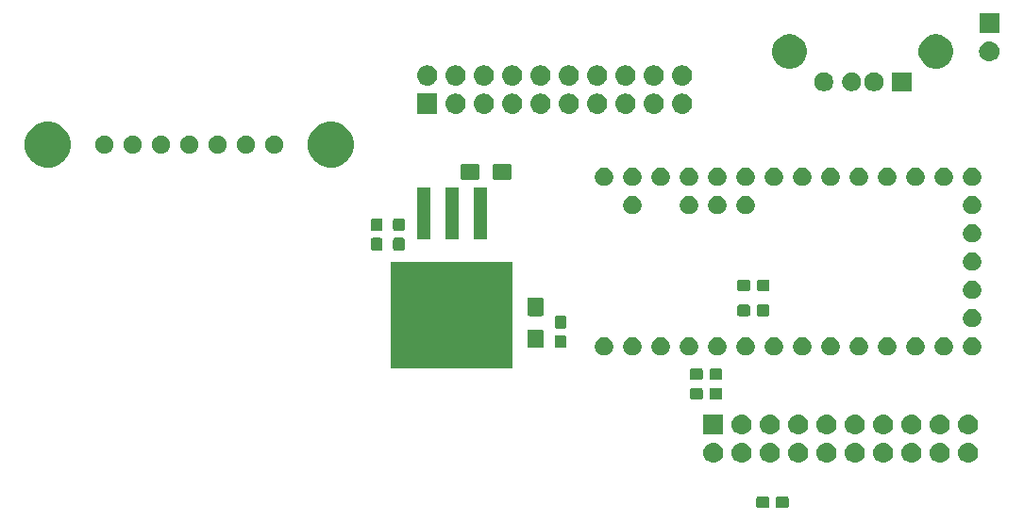
<source format=gbs>
G04 #@! TF.GenerationSoftware,KiCad,Pcbnew,(5.1.4-0)*
G04 #@! TF.CreationDate,2020-04-06T12:50:51+01:00*
G04 #@! TF.ProjectId,Simple_VFO,53696d70-6c65-45f5-9646-4f2e6b696361,rev?*
G04 #@! TF.SameCoordinates,Original*
G04 #@! TF.FileFunction,Soldermask,Bot*
G04 #@! TF.FilePolarity,Negative*
%FSLAX46Y46*%
G04 Gerber Fmt 4.6, Leading zero omitted, Abs format (unit mm)*
G04 Created by KiCad (PCBNEW (5.1.4-0)) date 2020-04-06 12:50:51*
%MOMM*%
%LPD*%
G04 APERTURE LIST*
%ADD10C,0.100000*%
G04 APERTURE END LIST*
D10*
G36*
X102621499Y-149973445D02*
G01*
X102658995Y-149984820D01*
X102693554Y-150003292D01*
X102723847Y-150028153D01*
X102748708Y-150058446D01*
X102767180Y-150093005D01*
X102778555Y-150130501D01*
X102783000Y-150175638D01*
X102783000Y-150814362D01*
X102778555Y-150859499D01*
X102767180Y-150896995D01*
X102748708Y-150931554D01*
X102723847Y-150961847D01*
X102693554Y-150986708D01*
X102658995Y-151005180D01*
X102621499Y-151016555D01*
X102576362Y-151021000D01*
X101837638Y-151021000D01*
X101792501Y-151016555D01*
X101755005Y-151005180D01*
X101720446Y-150986708D01*
X101690153Y-150961847D01*
X101665292Y-150931554D01*
X101646820Y-150896995D01*
X101635445Y-150859499D01*
X101631000Y-150814362D01*
X101631000Y-150175638D01*
X101635445Y-150130501D01*
X101646820Y-150093005D01*
X101665292Y-150058446D01*
X101690153Y-150028153D01*
X101720446Y-150003292D01*
X101755005Y-149984820D01*
X101792501Y-149973445D01*
X101837638Y-149969000D01*
X102576362Y-149969000D01*
X102621499Y-149973445D01*
X102621499Y-149973445D01*
G37*
G36*
X100871499Y-149973445D02*
G01*
X100908995Y-149984820D01*
X100943554Y-150003292D01*
X100973847Y-150028153D01*
X100998708Y-150058446D01*
X101017180Y-150093005D01*
X101028555Y-150130501D01*
X101033000Y-150175638D01*
X101033000Y-150814362D01*
X101028555Y-150859499D01*
X101017180Y-150896995D01*
X100998708Y-150931554D01*
X100973847Y-150961847D01*
X100943554Y-150986708D01*
X100908995Y-151005180D01*
X100871499Y-151016555D01*
X100826362Y-151021000D01*
X100087638Y-151021000D01*
X100042501Y-151016555D01*
X100005005Y-151005180D01*
X99970446Y-150986708D01*
X99940153Y-150961847D01*
X99915292Y-150931554D01*
X99896820Y-150896995D01*
X99885445Y-150859499D01*
X99881000Y-150814362D01*
X99881000Y-150175638D01*
X99885445Y-150130501D01*
X99896820Y-150093005D01*
X99915292Y-150058446D01*
X99940153Y-150028153D01*
X99970446Y-150003292D01*
X100005005Y-149984820D01*
X100042501Y-149973445D01*
X100087638Y-149969000D01*
X100826362Y-149969000D01*
X100871499Y-149973445D01*
X100871499Y-149973445D01*
G37*
G36*
X113902443Y-145155519D02*
G01*
X113968627Y-145162037D01*
X114138466Y-145213557D01*
X114294991Y-145297222D01*
X114330729Y-145326552D01*
X114432186Y-145409814D01*
X114515448Y-145511271D01*
X114544778Y-145547009D01*
X114628443Y-145703534D01*
X114679963Y-145873373D01*
X114697359Y-146050000D01*
X114679963Y-146226627D01*
X114628443Y-146396466D01*
X114544778Y-146552991D01*
X114515448Y-146588729D01*
X114432186Y-146690186D01*
X114330729Y-146773448D01*
X114294991Y-146802778D01*
X114138466Y-146886443D01*
X113968627Y-146937963D01*
X113902442Y-146944482D01*
X113836260Y-146951000D01*
X113747740Y-146951000D01*
X113681558Y-146944482D01*
X113615373Y-146937963D01*
X113445534Y-146886443D01*
X113289009Y-146802778D01*
X113253271Y-146773448D01*
X113151814Y-146690186D01*
X113068552Y-146588729D01*
X113039222Y-146552991D01*
X112955557Y-146396466D01*
X112904037Y-146226627D01*
X112886641Y-146050000D01*
X112904037Y-145873373D01*
X112955557Y-145703534D01*
X113039222Y-145547009D01*
X113068552Y-145511271D01*
X113151814Y-145409814D01*
X113253271Y-145326552D01*
X113289009Y-145297222D01*
X113445534Y-145213557D01*
X113615373Y-145162037D01*
X113681557Y-145155519D01*
X113747740Y-145149000D01*
X113836260Y-145149000D01*
X113902443Y-145155519D01*
X113902443Y-145155519D01*
G37*
G36*
X111362443Y-145155519D02*
G01*
X111428627Y-145162037D01*
X111598466Y-145213557D01*
X111754991Y-145297222D01*
X111790729Y-145326552D01*
X111892186Y-145409814D01*
X111975448Y-145511271D01*
X112004778Y-145547009D01*
X112088443Y-145703534D01*
X112139963Y-145873373D01*
X112157359Y-146050000D01*
X112139963Y-146226627D01*
X112088443Y-146396466D01*
X112004778Y-146552991D01*
X111975448Y-146588729D01*
X111892186Y-146690186D01*
X111790729Y-146773448D01*
X111754991Y-146802778D01*
X111598466Y-146886443D01*
X111428627Y-146937963D01*
X111362442Y-146944482D01*
X111296260Y-146951000D01*
X111207740Y-146951000D01*
X111141558Y-146944482D01*
X111075373Y-146937963D01*
X110905534Y-146886443D01*
X110749009Y-146802778D01*
X110713271Y-146773448D01*
X110611814Y-146690186D01*
X110528552Y-146588729D01*
X110499222Y-146552991D01*
X110415557Y-146396466D01*
X110364037Y-146226627D01*
X110346641Y-146050000D01*
X110364037Y-145873373D01*
X110415557Y-145703534D01*
X110499222Y-145547009D01*
X110528552Y-145511271D01*
X110611814Y-145409814D01*
X110713271Y-145326552D01*
X110749009Y-145297222D01*
X110905534Y-145213557D01*
X111075373Y-145162037D01*
X111141557Y-145155519D01*
X111207740Y-145149000D01*
X111296260Y-145149000D01*
X111362443Y-145155519D01*
X111362443Y-145155519D01*
G37*
G36*
X108822443Y-145155519D02*
G01*
X108888627Y-145162037D01*
X109058466Y-145213557D01*
X109214991Y-145297222D01*
X109250729Y-145326552D01*
X109352186Y-145409814D01*
X109435448Y-145511271D01*
X109464778Y-145547009D01*
X109548443Y-145703534D01*
X109599963Y-145873373D01*
X109617359Y-146050000D01*
X109599963Y-146226627D01*
X109548443Y-146396466D01*
X109464778Y-146552991D01*
X109435448Y-146588729D01*
X109352186Y-146690186D01*
X109250729Y-146773448D01*
X109214991Y-146802778D01*
X109058466Y-146886443D01*
X108888627Y-146937963D01*
X108822442Y-146944482D01*
X108756260Y-146951000D01*
X108667740Y-146951000D01*
X108601558Y-146944482D01*
X108535373Y-146937963D01*
X108365534Y-146886443D01*
X108209009Y-146802778D01*
X108173271Y-146773448D01*
X108071814Y-146690186D01*
X107988552Y-146588729D01*
X107959222Y-146552991D01*
X107875557Y-146396466D01*
X107824037Y-146226627D01*
X107806641Y-146050000D01*
X107824037Y-145873373D01*
X107875557Y-145703534D01*
X107959222Y-145547009D01*
X107988552Y-145511271D01*
X108071814Y-145409814D01*
X108173271Y-145326552D01*
X108209009Y-145297222D01*
X108365534Y-145213557D01*
X108535373Y-145162037D01*
X108601557Y-145155519D01*
X108667740Y-145149000D01*
X108756260Y-145149000D01*
X108822443Y-145155519D01*
X108822443Y-145155519D01*
G37*
G36*
X106282443Y-145155519D02*
G01*
X106348627Y-145162037D01*
X106518466Y-145213557D01*
X106674991Y-145297222D01*
X106710729Y-145326552D01*
X106812186Y-145409814D01*
X106895448Y-145511271D01*
X106924778Y-145547009D01*
X107008443Y-145703534D01*
X107059963Y-145873373D01*
X107077359Y-146050000D01*
X107059963Y-146226627D01*
X107008443Y-146396466D01*
X106924778Y-146552991D01*
X106895448Y-146588729D01*
X106812186Y-146690186D01*
X106710729Y-146773448D01*
X106674991Y-146802778D01*
X106518466Y-146886443D01*
X106348627Y-146937963D01*
X106282442Y-146944482D01*
X106216260Y-146951000D01*
X106127740Y-146951000D01*
X106061558Y-146944482D01*
X105995373Y-146937963D01*
X105825534Y-146886443D01*
X105669009Y-146802778D01*
X105633271Y-146773448D01*
X105531814Y-146690186D01*
X105448552Y-146588729D01*
X105419222Y-146552991D01*
X105335557Y-146396466D01*
X105284037Y-146226627D01*
X105266641Y-146050000D01*
X105284037Y-145873373D01*
X105335557Y-145703534D01*
X105419222Y-145547009D01*
X105448552Y-145511271D01*
X105531814Y-145409814D01*
X105633271Y-145326552D01*
X105669009Y-145297222D01*
X105825534Y-145213557D01*
X105995373Y-145162037D01*
X106061557Y-145155519D01*
X106127740Y-145149000D01*
X106216260Y-145149000D01*
X106282443Y-145155519D01*
X106282443Y-145155519D01*
G37*
G36*
X103742443Y-145155519D02*
G01*
X103808627Y-145162037D01*
X103978466Y-145213557D01*
X104134991Y-145297222D01*
X104170729Y-145326552D01*
X104272186Y-145409814D01*
X104355448Y-145511271D01*
X104384778Y-145547009D01*
X104468443Y-145703534D01*
X104519963Y-145873373D01*
X104537359Y-146050000D01*
X104519963Y-146226627D01*
X104468443Y-146396466D01*
X104384778Y-146552991D01*
X104355448Y-146588729D01*
X104272186Y-146690186D01*
X104170729Y-146773448D01*
X104134991Y-146802778D01*
X103978466Y-146886443D01*
X103808627Y-146937963D01*
X103742442Y-146944482D01*
X103676260Y-146951000D01*
X103587740Y-146951000D01*
X103521558Y-146944482D01*
X103455373Y-146937963D01*
X103285534Y-146886443D01*
X103129009Y-146802778D01*
X103093271Y-146773448D01*
X102991814Y-146690186D01*
X102908552Y-146588729D01*
X102879222Y-146552991D01*
X102795557Y-146396466D01*
X102744037Y-146226627D01*
X102726641Y-146050000D01*
X102744037Y-145873373D01*
X102795557Y-145703534D01*
X102879222Y-145547009D01*
X102908552Y-145511271D01*
X102991814Y-145409814D01*
X103093271Y-145326552D01*
X103129009Y-145297222D01*
X103285534Y-145213557D01*
X103455373Y-145162037D01*
X103521557Y-145155519D01*
X103587740Y-145149000D01*
X103676260Y-145149000D01*
X103742443Y-145155519D01*
X103742443Y-145155519D01*
G37*
G36*
X101202443Y-145155519D02*
G01*
X101268627Y-145162037D01*
X101438466Y-145213557D01*
X101594991Y-145297222D01*
X101630729Y-145326552D01*
X101732186Y-145409814D01*
X101815448Y-145511271D01*
X101844778Y-145547009D01*
X101928443Y-145703534D01*
X101979963Y-145873373D01*
X101997359Y-146050000D01*
X101979963Y-146226627D01*
X101928443Y-146396466D01*
X101844778Y-146552991D01*
X101815448Y-146588729D01*
X101732186Y-146690186D01*
X101630729Y-146773448D01*
X101594991Y-146802778D01*
X101438466Y-146886443D01*
X101268627Y-146937963D01*
X101202442Y-146944482D01*
X101136260Y-146951000D01*
X101047740Y-146951000D01*
X100981558Y-146944482D01*
X100915373Y-146937963D01*
X100745534Y-146886443D01*
X100589009Y-146802778D01*
X100553271Y-146773448D01*
X100451814Y-146690186D01*
X100368552Y-146588729D01*
X100339222Y-146552991D01*
X100255557Y-146396466D01*
X100204037Y-146226627D01*
X100186641Y-146050000D01*
X100204037Y-145873373D01*
X100255557Y-145703534D01*
X100339222Y-145547009D01*
X100368552Y-145511271D01*
X100451814Y-145409814D01*
X100553271Y-145326552D01*
X100589009Y-145297222D01*
X100745534Y-145213557D01*
X100915373Y-145162037D01*
X100981557Y-145155519D01*
X101047740Y-145149000D01*
X101136260Y-145149000D01*
X101202443Y-145155519D01*
X101202443Y-145155519D01*
G37*
G36*
X98662443Y-145155519D02*
G01*
X98728627Y-145162037D01*
X98898466Y-145213557D01*
X99054991Y-145297222D01*
X99090729Y-145326552D01*
X99192186Y-145409814D01*
X99275448Y-145511271D01*
X99304778Y-145547009D01*
X99388443Y-145703534D01*
X99439963Y-145873373D01*
X99457359Y-146050000D01*
X99439963Y-146226627D01*
X99388443Y-146396466D01*
X99304778Y-146552991D01*
X99275448Y-146588729D01*
X99192186Y-146690186D01*
X99090729Y-146773448D01*
X99054991Y-146802778D01*
X98898466Y-146886443D01*
X98728627Y-146937963D01*
X98662442Y-146944482D01*
X98596260Y-146951000D01*
X98507740Y-146951000D01*
X98441558Y-146944482D01*
X98375373Y-146937963D01*
X98205534Y-146886443D01*
X98049009Y-146802778D01*
X98013271Y-146773448D01*
X97911814Y-146690186D01*
X97828552Y-146588729D01*
X97799222Y-146552991D01*
X97715557Y-146396466D01*
X97664037Y-146226627D01*
X97646641Y-146050000D01*
X97664037Y-145873373D01*
X97715557Y-145703534D01*
X97799222Y-145547009D01*
X97828552Y-145511271D01*
X97911814Y-145409814D01*
X98013271Y-145326552D01*
X98049009Y-145297222D01*
X98205534Y-145213557D01*
X98375373Y-145162037D01*
X98441557Y-145155519D01*
X98507740Y-145149000D01*
X98596260Y-145149000D01*
X98662443Y-145155519D01*
X98662443Y-145155519D01*
G37*
G36*
X96122443Y-145155519D02*
G01*
X96188627Y-145162037D01*
X96358466Y-145213557D01*
X96514991Y-145297222D01*
X96550729Y-145326552D01*
X96652186Y-145409814D01*
X96735448Y-145511271D01*
X96764778Y-145547009D01*
X96848443Y-145703534D01*
X96899963Y-145873373D01*
X96917359Y-146050000D01*
X96899963Y-146226627D01*
X96848443Y-146396466D01*
X96764778Y-146552991D01*
X96735448Y-146588729D01*
X96652186Y-146690186D01*
X96550729Y-146773448D01*
X96514991Y-146802778D01*
X96358466Y-146886443D01*
X96188627Y-146937963D01*
X96122442Y-146944482D01*
X96056260Y-146951000D01*
X95967740Y-146951000D01*
X95901558Y-146944482D01*
X95835373Y-146937963D01*
X95665534Y-146886443D01*
X95509009Y-146802778D01*
X95473271Y-146773448D01*
X95371814Y-146690186D01*
X95288552Y-146588729D01*
X95259222Y-146552991D01*
X95175557Y-146396466D01*
X95124037Y-146226627D01*
X95106641Y-146050000D01*
X95124037Y-145873373D01*
X95175557Y-145703534D01*
X95259222Y-145547009D01*
X95288552Y-145511271D01*
X95371814Y-145409814D01*
X95473271Y-145326552D01*
X95509009Y-145297222D01*
X95665534Y-145213557D01*
X95835373Y-145162037D01*
X95901557Y-145155519D01*
X95967740Y-145149000D01*
X96056260Y-145149000D01*
X96122443Y-145155519D01*
X96122443Y-145155519D01*
G37*
G36*
X118982443Y-145155519D02*
G01*
X119048627Y-145162037D01*
X119218466Y-145213557D01*
X119374991Y-145297222D01*
X119410729Y-145326552D01*
X119512186Y-145409814D01*
X119595448Y-145511271D01*
X119624778Y-145547009D01*
X119708443Y-145703534D01*
X119759963Y-145873373D01*
X119777359Y-146050000D01*
X119759963Y-146226627D01*
X119708443Y-146396466D01*
X119624778Y-146552991D01*
X119595448Y-146588729D01*
X119512186Y-146690186D01*
X119410729Y-146773448D01*
X119374991Y-146802778D01*
X119218466Y-146886443D01*
X119048627Y-146937963D01*
X118982442Y-146944482D01*
X118916260Y-146951000D01*
X118827740Y-146951000D01*
X118761558Y-146944482D01*
X118695373Y-146937963D01*
X118525534Y-146886443D01*
X118369009Y-146802778D01*
X118333271Y-146773448D01*
X118231814Y-146690186D01*
X118148552Y-146588729D01*
X118119222Y-146552991D01*
X118035557Y-146396466D01*
X117984037Y-146226627D01*
X117966641Y-146050000D01*
X117984037Y-145873373D01*
X118035557Y-145703534D01*
X118119222Y-145547009D01*
X118148552Y-145511271D01*
X118231814Y-145409814D01*
X118333271Y-145326552D01*
X118369009Y-145297222D01*
X118525534Y-145213557D01*
X118695373Y-145162037D01*
X118761557Y-145155519D01*
X118827740Y-145149000D01*
X118916260Y-145149000D01*
X118982443Y-145155519D01*
X118982443Y-145155519D01*
G37*
G36*
X116442443Y-145155519D02*
G01*
X116508627Y-145162037D01*
X116678466Y-145213557D01*
X116834991Y-145297222D01*
X116870729Y-145326552D01*
X116972186Y-145409814D01*
X117055448Y-145511271D01*
X117084778Y-145547009D01*
X117168443Y-145703534D01*
X117219963Y-145873373D01*
X117237359Y-146050000D01*
X117219963Y-146226627D01*
X117168443Y-146396466D01*
X117084778Y-146552991D01*
X117055448Y-146588729D01*
X116972186Y-146690186D01*
X116870729Y-146773448D01*
X116834991Y-146802778D01*
X116678466Y-146886443D01*
X116508627Y-146937963D01*
X116442442Y-146944482D01*
X116376260Y-146951000D01*
X116287740Y-146951000D01*
X116221558Y-146944482D01*
X116155373Y-146937963D01*
X115985534Y-146886443D01*
X115829009Y-146802778D01*
X115793271Y-146773448D01*
X115691814Y-146690186D01*
X115608552Y-146588729D01*
X115579222Y-146552991D01*
X115495557Y-146396466D01*
X115444037Y-146226627D01*
X115426641Y-146050000D01*
X115444037Y-145873373D01*
X115495557Y-145703534D01*
X115579222Y-145547009D01*
X115608552Y-145511271D01*
X115691814Y-145409814D01*
X115793271Y-145326552D01*
X115829009Y-145297222D01*
X115985534Y-145213557D01*
X116155373Y-145162037D01*
X116221557Y-145155519D01*
X116287740Y-145149000D01*
X116376260Y-145149000D01*
X116442443Y-145155519D01*
X116442443Y-145155519D01*
G37*
G36*
X118982442Y-142615518D02*
G01*
X119048627Y-142622037D01*
X119218466Y-142673557D01*
X119374991Y-142757222D01*
X119410729Y-142786552D01*
X119512186Y-142869814D01*
X119595448Y-142971271D01*
X119624778Y-143007009D01*
X119708443Y-143163534D01*
X119759963Y-143333373D01*
X119777359Y-143510000D01*
X119759963Y-143686627D01*
X119708443Y-143856466D01*
X119624778Y-144012991D01*
X119595448Y-144048729D01*
X119512186Y-144150186D01*
X119410729Y-144233448D01*
X119374991Y-144262778D01*
X119218466Y-144346443D01*
X119048627Y-144397963D01*
X118982443Y-144404481D01*
X118916260Y-144411000D01*
X118827740Y-144411000D01*
X118761557Y-144404481D01*
X118695373Y-144397963D01*
X118525534Y-144346443D01*
X118369009Y-144262778D01*
X118333271Y-144233448D01*
X118231814Y-144150186D01*
X118148552Y-144048729D01*
X118119222Y-144012991D01*
X118035557Y-143856466D01*
X117984037Y-143686627D01*
X117966641Y-143510000D01*
X117984037Y-143333373D01*
X118035557Y-143163534D01*
X118119222Y-143007009D01*
X118148552Y-142971271D01*
X118231814Y-142869814D01*
X118333271Y-142786552D01*
X118369009Y-142757222D01*
X118525534Y-142673557D01*
X118695373Y-142622037D01*
X118761558Y-142615518D01*
X118827740Y-142609000D01*
X118916260Y-142609000D01*
X118982442Y-142615518D01*
X118982442Y-142615518D01*
G37*
G36*
X116442442Y-142615518D02*
G01*
X116508627Y-142622037D01*
X116678466Y-142673557D01*
X116834991Y-142757222D01*
X116870729Y-142786552D01*
X116972186Y-142869814D01*
X117055448Y-142971271D01*
X117084778Y-143007009D01*
X117168443Y-143163534D01*
X117219963Y-143333373D01*
X117237359Y-143510000D01*
X117219963Y-143686627D01*
X117168443Y-143856466D01*
X117084778Y-144012991D01*
X117055448Y-144048729D01*
X116972186Y-144150186D01*
X116870729Y-144233448D01*
X116834991Y-144262778D01*
X116678466Y-144346443D01*
X116508627Y-144397963D01*
X116442443Y-144404481D01*
X116376260Y-144411000D01*
X116287740Y-144411000D01*
X116221557Y-144404481D01*
X116155373Y-144397963D01*
X115985534Y-144346443D01*
X115829009Y-144262778D01*
X115793271Y-144233448D01*
X115691814Y-144150186D01*
X115608552Y-144048729D01*
X115579222Y-144012991D01*
X115495557Y-143856466D01*
X115444037Y-143686627D01*
X115426641Y-143510000D01*
X115444037Y-143333373D01*
X115495557Y-143163534D01*
X115579222Y-143007009D01*
X115608552Y-142971271D01*
X115691814Y-142869814D01*
X115793271Y-142786552D01*
X115829009Y-142757222D01*
X115985534Y-142673557D01*
X116155373Y-142622037D01*
X116221558Y-142615518D01*
X116287740Y-142609000D01*
X116376260Y-142609000D01*
X116442442Y-142615518D01*
X116442442Y-142615518D01*
G37*
G36*
X96913000Y-144411000D02*
G01*
X95111000Y-144411000D01*
X95111000Y-142609000D01*
X96913000Y-142609000D01*
X96913000Y-144411000D01*
X96913000Y-144411000D01*
G37*
G36*
X113902442Y-142615518D02*
G01*
X113968627Y-142622037D01*
X114138466Y-142673557D01*
X114294991Y-142757222D01*
X114330729Y-142786552D01*
X114432186Y-142869814D01*
X114515448Y-142971271D01*
X114544778Y-143007009D01*
X114628443Y-143163534D01*
X114679963Y-143333373D01*
X114697359Y-143510000D01*
X114679963Y-143686627D01*
X114628443Y-143856466D01*
X114544778Y-144012991D01*
X114515448Y-144048729D01*
X114432186Y-144150186D01*
X114330729Y-144233448D01*
X114294991Y-144262778D01*
X114138466Y-144346443D01*
X113968627Y-144397963D01*
X113902443Y-144404481D01*
X113836260Y-144411000D01*
X113747740Y-144411000D01*
X113681557Y-144404481D01*
X113615373Y-144397963D01*
X113445534Y-144346443D01*
X113289009Y-144262778D01*
X113253271Y-144233448D01*
X113151814Y-144150186D01*
X113068552Y-144048729D01*
X113039222Y-144012991D01*
X112955557Y-143856466D01*
X112904037Y-143686627D01*
X112886641Y-143510000D01*
X112904037Y-143333373D01*
X112955557Y-143163534D01*
X113039222Y-143007009D01*
X113068552Y-142971271D01*
X113151814Y-142869814D01*
X113253271Y-142786552D01*
X113289009Y-142757222D01*
X113445534Y-142673557D01*
X113615373Y-142622037D01*
X113681558Y-142615518D01*
X113747740Y-142609000D01*
X113836260Y-142609000D01*
X113902442Y-142615518D01*
X113902442Y-142615518D01*
G37*
G36*
X98662442Y-142615518D02*
G01*
X98728627Y-142622037D01*
X98898466Y-142673557D01*
X99054991Y-142757222D01*
X99090729Y-142786552D01*
X99192186Y-142869814D01*
X99275448Y-142971271D01*
X99304778Y-143007009D01*
X99388443Y-143163534D01*
X99439963Y-143333373D01*
X99457359Y-143510000D01*
X99439963Y-143686627D01*
X99388443Y-143856466D01*
X99304778Y-144012991D01*
X99275448Y-144048729D01*
X99192186Y-144150186D01*
X99090729Y-144233448D01*
X99054991Y-144262778D01*
X98898466Y-144346443D01*
X98728627Y-144397963D01*
X98662443Y-144404481D01*
X98596260Y-144411000D01*
X98507740Y-144411000D01*
X98441557Y-144404481D01*
X98375373Y-144397963D01*
X98205534Y-144346443D01*
X98049009Y-144262778D01*
X98013271Y-144233448D01*
X97911814Y-144150186D01*
X97828552Y-144048729D01*
X97799222Y-144012991D01*
X97715557Y-143856466D01*
X97664037Y-143686627D01*
X97646641Y-143510000D01*
X97664037Y-143333373D01*
X97715557Y-143163534D01*
X97799222Y-143007009D01*
X97828552Y-142971271D01*
X97911814Y-142869814D01*
X98013271Y-142786552D01*
X98049009Y-142757222D01*
X98205534Y-142673557D01*
X98375373Y-142622037D01*
X98441558Y-142615518D01*
X98507740Y-142609000D01*
X98596260Y-142609000D01*
X98662442Y-142615518D01*
X98662442Y-142615518D01*
G37*
G36*
X111362442Y-142615518D02*
G01*
X111428627Y-142622037D01*
X111598466Y-142673557D01*
X111754991Y-142757222D01*
X111790729Y-142786552D01*
X111892186Y-142869814D01*
X111975448Y-142971271D01*
X112004778Y-143007009D01*
X112088443Y-143163534D01*
X112139963Y-143333373D01*
X112157359Y-143510000D01*
X112139963Y-143686627D01*
X112088443Y-143856466D01*
X112004778Y-144012991D01*
X111975448Y-144048729D01*
X111892186Y-144150186D01*
X111790729Y-144233448D01*
X111754991Y-144262778D01*
X111598466Y-144346443D01*
X111428627Y-144397963D01*
X111362443Y-144404481D01*
X111296260Y-144411000D01*
X111207740Y-144411000D01*
X111141557Y-144404481D01*
X111075373Y-144397963D01*
X110905534Y-144346443D01*
X110749009Y-144262778D01*
X110713271Y-144233448D01*
X110611814Y-144150186D01*
X110528552Y-144048729D01*
X110499222Y-144012991D01*
X110415557Y-143856466D01*
X110364037Y-143686627D01*
X110346641Y-143510000D01*
X110364037Y-143333373D01*
X110415557Y-143163534D01*
X110499222Y-143007009D01*
X110528552Y-142971271D01*
X110611814Y-142869814D01*
X110713271Y-142786552D01*
X110749009Y-142757222D01*
X110905534Y-142673557D01*
X111075373Y-142622037D01*
X111141558Y-142615518D01*
X111207740Y-142609000D01*
X111296260Y-142609000D01*
X111362442Y-142615518D01*
X111362442Y-142615518D01*
G37*
G36*
X101202442Y-142615518D02*
G01*
X101268627Y-142622037D01*
X101438466Y-142673557D01*
X101594991Y-142757222D01*
X101630729Y-142786552D01*
X101732186Y-142869814D01*
X101815448Y-142971271D01*
X101844778Y-143007009D01*
X101928443Y-143163534D01*
X101979963Y-143333373D01*
X101997359Y-143510000D01*
X101979963Y-143686627D01*
X101928443Y-143856466D01*
X101844778Y-144012991D01*
X101815448Y-144048729D01*
X101732186Y-144150186D01*
X101630729Y-144233448D01*
X101594991Y-144262778D01*
X101438466Y-144346443D01*
X101268627Y-144397963D01*
X101202443Y-144404481D01*
X101136260Y-144411000D01*
X101047740Y-144411000D01*
X100981557Y-144404481D01*
X100915373Y-144397963D01*
X100745534Y-144346443D01*
X100589009Y-144262778D01*
X100553271Y-144233448D01*
X100451814Y-144150186D01*
X100368552Y-144048729D01*
X100339222Y-144012991D01*
X100255557Y-143856466D01*
X100204037Y-143686627D01*
X100186641Y-143510000D01*
X100204037Y-143333373D01*
X100255557Y-143163534D01*
X100339222Y-143007009D01*
X100368552Y-142971271D01*
X100451814Y-142869814D01*
X100553271Y-142786552D01*
X100589009Y-142757222D01*
X100745534Y-142673557D01*
X100915373Y-142622037D01*
X100981558Y-142615518D01*
X101047740Y-142609000D01*
X101136260Y-142609000D01*
X101202442Y-142615518D01*
X101202442Y-142615518D01*
G37*
G36*
X108822442Y-142615518D02*
G01*
X108888627Y-142622037D01*
X109058466Y-142673557D01*
X109214991Y-142757222D01*
X109250729Y-142786552D01*
X109352186Y-142869814D01*
X109435448Y-142971271D01*
X109464778Y-143007009D01*
X109548443Y-143163534D01*
X109599963Y-143333373D01*
X109617359Y-143510000D01*
X109599963Y-143686627D01*
X109548443Y-143856466D01*
X109464778Y-144012991D01*
X109435448Y-144048729D01*
X109352186Y-144150186D01*
X109250729Y-144233448D01*
X109214991Y-144262778D01*
X109058466Y-144346443D01*
X108888627Y-144397963D01*
X108822443Y-144404481D01*
X108756260Y-144411000D01*
X108667740Y-144411000D01*
X108601557Y-144404481D01*
X108535373Y-144397963D01*
X108365534Y-144346443D01*
X108209009Y-144262778D01*
X108173271Y-144233448D01*
X108071814Y-144150186D01*
X107988552Y-144048729D01*
X107959222Y-144012991D01*
X107875557Y-143856466D01*
X107824037Y-143686627D01*
X107806641Y-143510000D01*
X107824037Y-143333373D01*
X107875557Y-143163534D01*
X107959222Y-143007009D01*
X107988552Y-142971271D01*
X108071814Y-142869814D01*
X108173271Y-142786552D01*
X108209009Y-142757222D01*
X108365534Y-142673557D01*
X108535373Y-142622037D01*
X108601558Y-142615518D01*
X108667740Y-142609000D01*
X108756260Y-142609000D01*
X108822442Y-142615518D01*
X108822442Y-142615518D01*
G37*
G36*
X103742442Y-142615518D02*
G01*
X103808627Y-142622037D01*
X103978466Y-142673557D01*
X104134991Y-142757222D01*
X104170729Y-142786552D01*
X104272186Y-142869814D01*
X104355448Y-142971271D01*
X104384778Y-143007009D01*
X104468443Y-143163534D01*
X104519963Y-143333373D01*
X104537359Y-143510000D01*
X104519963Y-143686627D01*
X104468443Y-143856466D01*
X104384778Y-144012991D01*
X104355448Y-144048729D01*
X104272186Y-144150186D01*
X104170729Y-144233448D01*
X104134991Y-144262778D01*
X103978466Y-144346443D01*
X103808627Y-144397963D01*
X103742443Y-144404481D01*
X103676260Y-144411000D01*
X103587740Y-144411000D01*
X103521557Y-144404481D01*
X103455373Y-144397963D01*
X103285534Y-144346443D01*
X103129009Y-144262778D01*
X103093271Y-144233448D01*
X102991814Y-144150186D01*
X102908552Y-144048729D01*
X102879222Y-144012991D01*
X102795557Y-143856466D01*
X102744037Y-143686627D01*
X102726641Y-143510000D01*
X102744037Y-143333373D01*
X102795557Y-143163534D01*
X102879222Y-143007009D01*
X102908552Y-142971271D01*
X102991814Y-142869814D01*
X103093271Y-142786552D01*
X103129009Y-142757222D01*
X103285534Y-142673557D01*
X103455373Y-142622037D01*
X103521558Y-142615518D01*
X103587740Y-142609000D01*
X103676260Y-142609000D01*
X103742442Y-142615518D01*
X103742442Y-142615518D01*
G37*
G36*
X106282442Y-142615518D02*
G01*
X106348627Y-142622037D01*
X106518466Y-142673557D01*
X106674991Y-142757222D01*
X106710729Y-142786552D01*
X106812186Y-142869814D01*
X106895448Y-142971271D01*
X106924778Y-143007009D01*
X107008443Y-143163534D01*
X107059963Y-143333373D01*
X107077359Y-143510000D01*
X107059963Y-143686627D01*
X107008443Y-143856466D01*
X106924778Y-144012991D01*
X106895448Y-144048729D01*
X106812186Y-144150186D01*
X106710729Y-144233448D01*
X106674991Y-144262778D01*
X106518466Y-144346443D01*
X106348627Y-144397963D01*
X106282443Y-144404481D01*
X106216260Y-144411000D01*
X106127740Y-144411000D01*
X106061557Y-144404481D01*
X105995373Y-144397963D01*
X105825534Y-144346443D01*
X105669009Y-144262778D01*
X105633271Y-144233448D01*
X105531814Y-144150186D01*
X105448552Y-144048729D01*
X105419222Y-144012991D01*
X105335557Y-143856466D01*
X105284037Y-143686627D01*
X105266641Y-143510000D01*
X105284037Y-143333373D01*
X105335557Y-143163534D01*
X105419222Y-143007009D01*
X105448552Y-142971271D01*
X105531814Y-142869814D01*
X105633271Y-142786552D01*
X105669009Y-142757222D01*
X105825534Y-142673557D01*
X105995373Y-142622037D01*
X106061558Y-142615518D01*
X106127740Y-142609000D01*
X106216260Y-142609000D01*
X106282442Y-142615518D01*
X106282442Y-142615518D01*
G37*
G36*
X94914499Y-140228445D02*
G01*
X94951995Y-140239820D01*
X94986554Y-140258292D01*
X95016847Y-140283153D01*
X95041708Y-140313446D01*
X95060180Y-140348005D01*
X95071555Y-140385501D01*
X95076000Y-140430638D01*
X95076000Y-141069362D01*
X95071555Y-141114499D01*
X95060180Y-141151995D01*
X95041708Y-141186554D01*
X95016847Y-141216847D01*
X94986554Y-141241708D01*
X94951995Y-141260180D01*
X94914499Y-141271555D01*
X94869362Y-141276000D01*
X94130638Y-141276000D01*
X94085501Y-141271555D01*
X94048005Y-141260180D01*
X94013446Y-141241708D01*
X93983153Y-141216847D01*
X93958292Y-141186554D01*
X93939820Y-141151995D01*
X93928445Y-141114499D01*
X93924000Y-141069362D01*
X93924000Y-140430638D01*
X93928445Y-140385501D01*
X93939820Y-140348005D01*
X93958292Y-140313446D01*
X93983153Y-140283153D01*
X94013446Y-140258292D01*
X94048005Y-140239820D01*
X94085501Y-140228445D01*
X94130638Y-140224000D01*
X94869362Y-140224000D01*
X94914499Y-140228445D01*
X94914499Y-140228445D01*
G37*
G36*
X96664499Y-140228445D02*
G01*
X96701995Y-140239820D01*
X96736554Y-140258292D01*
X96766847Y-140283153D01*
X96791708Y-140313446D01*
X96810180Y-140348005D01*
X96821555Y-140385501D01*
X96826000Y-140430638D01*
X96826000Y-141069362D01*
X96821555Y-141114499D01*
X96810180Y-141151995D01*
X96791708Y-141186554D01*
X96766847Y-141216847D01*
X96736554Y-141241708D01*
X96701995Y-141260180D01*
X96664499Y-141271555D01*
X96619362Y-141276000D01*
X95880638Y-141276000D01*
X95835501Y-141271555D01*
X95798005Y-141260180D01*
X95763446Y-141241708D01*
X95733153Y-141216847D01*
X95708292Y-141186554D01*
X95689820Y-141151995D01*
X95678445Y-141114499D01*
X95674000Y-141069362D01*
X95674000Y-140430638D01*
X95678445Y-140385501D01*
X95689820Y-140348005D01*
X95708292Y-140313446D01*
X95733153Y-140283153D01*
X95763446Y-140258292D01*
X95798005Y-140239820D01*
X95835501Y-140228445D01*
X95880638Y-140224000D01*
X96619362Y-140224000D01*
X96664499Y-140228445D01*
X96664499Y-140228445D01*
G37*
G36*
X96664499Y-138478445D02*
G01*
X96701995Y-138489820D01*
X96736554Y-138508292D01*
X96766847Y-138533153D01*
X96791708Y-138563446D01*
X96810180Y-138598005D01*
X96821555Y-138635501D01*
X96826000Y-138680638D01*
X96826000Y-139319362D01*
X96821555Y-139364499D01*
X96810180Y-139401995D01*
X96791708Y-139436554D01*
X96766847Y-139466847D01*
X96736554Y-139491708D01*
X96701995Y-139510180D01*
X96664499Y-139521555D01*
X96619362Y-139526000D01*
X95880638Y-139526000D01*
X95835501Y-139521555D01*
X95798005Y-139510180D01*
X95763446Y-139491708D01*
X95733153Y-139466847D01*
X95708292Y-139436554D01*
X95689820Y-139401995D01*
X95678445Y-139364499D01*
X95674000Y-139319362D01*
X95674000Y-138680638D01*
X95678445Y-138635501D01*
X95689820Y-138598005D01*
X95708292Y-138563446D01*
X95733153Y-138533153D01*
X95763446Y-138508292D01*
X95798005Y-138489820D01*
X95835501Y-138478445D01*
X95880638Y-138474000D01*
X96619362Y-138474000D01*
X96664499Y-138478445D01*
X96664499Y-138478445D01*
G37*
G36*
X94914499Y-138478445D02*
G01*
X94951995Y-138489820D01*
X94986554Y-138508292D01*
X95016847Y-138533153D01*
X95041708Y-138563446D01*
X95060180Y-138598005D01*
X95071555Y-138635501D01*
X95076000Y-138680638D01*
X95076000Y-139319362D01*
X95071555Y-139364499D01*
X95060180Y-139401995D01*
X95041708Y-139436554D01*
X95016847Y-139466847D01*
X94986554Y-139491708D01*
X94951995Y-139510180D01*
X94914499Y-139521555D01*
X94869362Y-139526000D01*
X94130638Y-139526000D01*
X94085501Y-139521555D01*
X94048005Y-139510180D01*
X94013446Y-139491708D01*
X93983153Y-139466847D01*
X93958292Y-139436554D01*
X93939820Y-139401995D01*
X93928445Y-139364499D01*
X93924000Y-139319362D01*
X93924000Y-138680638D01*
X93928445Y-138635501D01*
X93939820Y-138598005D01*
X93958292Y-138563446D01*
X93983153Y-138533153D01*
X94013446Y-138508292D01*
X94048005Y-138489820D01*
X94085501Y-138478445D01*
X94130638Y-138474000D01*
X94869362Y-138474000D01*
X94914499Y-138478445D01*
X94914499Y-138478445D01*
G37*
G36*
X78021000Y-138434000D02*
G01*
X67119000Y-138434000D01*
X67119000Y-128932000D01*
X78021000Y-128932000D01*
X78021000Y-138434000D01*
X78021000Y-138434000D01*
G37*
G36*
X86457142Y-135708242D02*
G01*
X86605101Y-135769529D01*
X86738255Y-135858499D01*
X86851501Y-135971745D01*
X86940471Y-136104899D01*
X87001758Y-136252858D01*
X87033000Y-136409925D01*
X87033000Y-136570075D01*
X87001758Y-136727142D01*
X86940471Y-136875101D01*
X86851501Y-137008255D01*
X86738255Y-137121501D01*
X86605101Y-137210471D01*
X86457142Y-137271758D01*
X86300075Y-137303000D01*
X86139925Y-137303000D01*
X85982858Y-137271758D01*
X85834899Y-137210471D01*
X85701745Y-137121501D01*
X85588499Y-137008255D01*
X85499529Y-136875101D01*
X85438242Y-136727142D01*
X85407000Y-136570075D01*
X85407000Y-136409925D01*
X85438242Y-136252858D01*
X85499529Y-136104899D01*
X85588499Y-135971745D01*
X85701745Y-135858499D01*
X85834899Y-135769529D01*
X85982858Y-135708242D01*
X86139925Y-135677000D01*
X86300075Y-135677000D01*
X86457142Y-135708242D01*
X86457142Y-135708242D01*
G37*
G36*
X114397142Y-135708242D02*
G01*
X114545101Y-135769529D01*
X114678255Y-135858499D01*
X114791501Y-135971745D01*
X114880471Y-136104899D01*
X114941758Y-136252858D01*
X114973000Y-136409925D01*
X114973000Y-136570075D01*
X114941758Y-136727142D01*
X114880471Y-136875101D01*
X114791501Y-137008255D01*
X114678255Y-137121501D01*
X114545101Y-137210471D01*
X114397142Y-137271758D01*
X114240075Y-137303000D01*
X114079925Y-137303000D01*
X113922858Y-137271758D01*
X113774899Y-137210471D01*
X113641745Y-137121501D01*
X113528499Y-137008255D01*
X113439529Y-136875101D01*
X113378242Y-136727142D01*
X113347000Y-136570075D01*
X113347000Y-136409925D01*
X113378242Y-136252858D01*
X113439529Y-136104899D01*
X113528499Y-135971745D01*
X113641745Y-135858499D01*
X113774899Y-135769529D01*
X113922858Y-135708242D01*
X114079925Y-135677000D01*
X114240075Y-135677000D01*
X114397142Y-135708242D01*
X114397142Y-135708242D01*
G37*
G36*
X111857142Y-135708242D02*
G01*
X112005101Y-135769529D01*
X112138255Y-135858499D01*
X112251501Y-135971745D01*
X112340471Y-136104899D01*
X112401758Y-136252858D01*
X112433000Y-136409925D01*
X112433000Y-136570075D01*
X112401758Y-136727142D01*
X112340471Y-136875101D01*
X112251501Y-137008255D01*
X112138255Y-137121501D01*
X112005101Y-137210471D01*
X111857142Y-137271758D01*
X111700075Y-137303000D01*
X111539925Y-137303000D01*
X111382858Y-137271758D01*
X111234899Y-137210471D01*
X111101745Y-137121501D01*
X110988499Y-137008255D01*
X110899529Y-136875101D01*
X110838242Y-136727142D01*
X110807000Y-136570075D01*
X110807000Y-136409925D01*
X110838242Y-136252858D01*
X110899529Y-136104899D01*
X110988499Y-135971745D01*
X111101745Y-135858499D01*
X111234899Y-135769529D01*
X111382858Y-135708242D01*
X111539925Y-135677000D01*
X111700075Y-135677000D01*
X111857142Y-135708242D01*
X111857142Y-135708242D01*
G37*
G36*
X109317142Y-135708242D02*
G01*
X109465101Y-135769529D01*
X109598255Y-135858499D01*
X109711501Y-135971745D01*
X109800471Y-136104899D01*
X109861758Y-136252858D01*
X109893000Y-136409925D01*
X109893000Y-136570075D01*
X109861758Y-136727142D01*
X109800471Y-136875101D01*
X109711501Y-137008255D01*
X109598255Y-137121501D01*
X109465101Y-137210471D01*
X109317142Y-137271758D01*
X109160075Y-137303000D01*
X108999925Y-137303000D01*
X108842858Y-137271758D01*
X108694899Y-137210471D01*
X108561745Y-137121501D01*
X108448499Y-137008255D01*
X108359529Y-136875101D01*
X108298242Y-136727142D01*
X108267000Y-136570075D01*
X108267000Y-136409925D01*
X108298242Y-136252858D01*
X108359529Y-136104899D01*
X108448499Y-135971745D01*
X108561745Y-135858499D01*
X108694899Y-135769529D01*
X108842858Y-135708242D01*
X108999925Y-135677000D01*
X109160075Y-135677000D01*
X109317142Y-135708242D01*
X109317142Y-135708242D01*
G37*
G36*
X106777142Y-135708242D02*
G01*
X106925101Y-135769529D01*
X107058255Y-135858499D01*
X107171501Y-135971745D01*
X107260471Y-136104899D01*
X107321758Y-136252858D01*
X107353000Y-136409925D01*
X107353000Y-136570075D01*
X107321758Y-136727142D01*
X107260471Y-136875101D01*
X107171501Y-137008255D01*
X107058255Y-137121501D01*
X106925101Y-137210471D01*
X106777142Y-137271758D01*
X106620075Y-137303000D01*
X106459925Y-137303000D01*
X106302858Y-137271758D01*
X106154899Y-137210471D01*
X106021745Y-137121501D01*
X105908499Y-137008255D01*
X105819529Y-136875101D01*
X105758242Y-136727142D01*
X105727000Y-136570075D01*
X105727000Y-136409925D01*
X105758242Y-136252858D01*
X105819529Y-136104899D01*
X105908499Y-135971745D01*
X106021745Y-135858499D01*
X106154899Y-135769529D01*
X106302858Y-135708242D01*
X106459925Y-135677000D01*
X106620075Y-135677000D01*
X106777142Y-135708242D01*
X106777142Y-135708242D01*
G37*
G36*
X104237142Y-135708242D02*
G01*
X104385101Y-135769529D01*
X104518255Y-135858499D01*
X104631501Y-135971745D01*
X104720471Y-136104899D01*
X104781758Y-136252858D01*
X104813000Y-136409925D01*
X104813000Y-136570075D01*
X104781758Y-136727142D01*
X104720471Y-136875101D01*
X104631501Y-137008255D01*
X104518255Y-137121501D01*
X104385101Y-137210471D01*
X104237142Y-137271758D01*
X104080075Y-137303000D01*
X103919925Y-137303000D01*
X103762858Y-137271758D01*
X103614899Y-137210471D01*
X103481745Y-137121501D01*
X103368499Y-137008255D01*
X103279529Y-136875101D01*
X103218242Y-136727142D01*
X103187000Y-136570075D01*
X103187000Y-136409925D01*
X103218242Y-136252858D01*
X103279529Y-136104899D01*
X103368499Y-135971745D01*
X103481745Y-135858499D01*
X103614899Y-135769529D01*
X103762858Y-135708242D01*
X103919925Y-135677000D01*
X104080075Y-135677000D01*
X104237142Y-135708242D01*
X104237142Y-135708242D01*
G37*
G36*
X101697142Y-135708242D02*
G01*
X101845101Y-135769529D01*
X101978255Y-135858499D01*
X102091501Y-135971745D01*
X102180471Y-136104899D01*
X102241758Y-136252858D01*
X102273000Y-136409925D01*
X102273000Y-136570075D01*
X102241758Y-136727142D01*
X102180471Y-136875101D01*
X102091501Y-137008255D01*
X101978255Y-137121501D01*
X101845101Y-137210471D01*
X101697142Y-137271758D01*
X101540075Y-137303000D01*
X101379925Y-137303000D01*
X101222858Y-137271758D01*
X101074899Y-137210471D01*
X100941745Y-137121501D01*
X100828499Y-137008255D01*
X100739529Y-136875101D01*
X100678242Y-136727142D01*
X100647000Y-136570075D01*
X100647000Y-136409925D01*
X100678242Y-136252858D01*
X100739529Y-136104899D01*
X100828499Y-135971745D01*
X100941745Y-135858499D01*
X101074899Y-135769529D01*
X101222858Y-135708242D01*
X101379925Y-135677000D01*
X101540075Y-135677000D01*
X101697142Y-135708242D01*
X101697142Y-135708242D01*
G37*
G36*
X99157142Y-135708242D02*
G01*
X99305101Y-135769529D01*
X99438255Y-135858499D01*
X99551501Y-135971745D01*
X99640471Y-136104899D01*
X99701758Y-136252858D01*
X99733000Y-136409925D01*
X99733000Y-136570075D01*
X99701758Y-136727142D01*
X99640471Y-136875101D01*
X99551501Y-137008255D01*
X99438255Y-137121501D01*
X99305101Y-137210471D01*
X99157142Y-137271758D01*
X99000075Y-137303000D01*
X98839925Y-137303000D01*
X98682858Y-137271758D01*
X98534899Y-137210471D01*
X98401745Y-137121501D01*
X98288499Y-137008255D01*
X98199529Y-136875101D01*
X98138242Y-136727142D01*
X98107000Y-136570075D01*
X98107000Y-136409925D01*
X98138242Y-136252858D01*
X98199529Y-136104899D01*
X98288499Y-135971745D01*
X98401745Y-135858499D01*
X98534899Y-135769529D01*
X98682858Y-135708242D01*
X98839925Y-135677000D01*
X99000075Y-135677000D01*
X99157142Y-135708242D01*
X99157142Y-135708242D01*
G37*
G36*
X96617142Y-135708242D02*
G01*
X96765101Y-135769529D01*
X96898255Y-135858499D01*
X97011501Y-135971745D01*
X97100471Y-136104899D01*
X97161758Y-136252858D01*
X97193000Y-136409925D01*
X97193000Y-136570075D01*
X97161758Y-136727142D01*
X97100471Y-136875101D01*
X97011501Y-137008255D01*
X96898255Y-137121501D01*
X96765101Y-137210471D01*
X96617142Y-137271758D01*
X96460075Y-137303000D01*
X96299925Y-137303000D01*
X96142858Y-137271758D01*
X95994899Y-137210471D01*
X95861745Y-137121501D01*
X95748499Y-137008255D01*
X95659529Y-136875101D01*
X95598242Y-136727142D01*
X95567000Y-136570075D01*
X95567000Y-136409925D01*
X95598242Y-136252858D01*
X95659529Y-136104899D01*
X95748499Y-135971745D01*
X95861745Y-135858499D01*
X95994899Y-135769529D01*
X96142858Y-135708242D01*
X96299925Y-135677000D01*
X96460075Y-135677000D01*
X96617142Y-135708242D01*
X96617142Y-135708242D01*
G37*
G36*
X94077142Y-135708242D02*
G01*
X94225101Y-135769529D01*
X94358255Y-135858499D01*
X94471501Y-135971745D01*
X94560471Y-136104899D01*
X94621758Y-136252858D01*
X94653000Y-136409925D01*
X94653000Y-136570075D01*
X94621758Y-136727142D01*
X94560471Y-136875101D01*
X94471501Y-137008255D01*
X94358255Y-137121501D01*
X94225101Y-137210471D01*
X94077142Y-137271758D01*
X93920075Y-137303000D01*
X93759925Y-137303000D01*
X93602858Y-137271758D01*
X93454899Y-137210471D01*
X93321745Y-137121501D01*
X93208499Y-137008255D01*
X93119529Y-136875101D01*
X93058242Y-136727142D01*
X93027000Y-136570075D01*
X93027000Y-136409925D01*
X93058242Y-136252858D01*
X93119529Y-136104899D01*
X93208499Y-135971745D01*
X93321745Y-135858499D01*
X93454899Y-135769529D01*
X93602858Y-135708242D01*
X93759925Y-135677000D01*
X93920075Y-135677000D01*
X94077142Y-135708242D01*
X94077142Y-135708242D01*
G37*
G36*
X91537142Y-135708242D02*
G01*
X91685101Y-135769529D01*
X91818255Y-135858499D01*
X91931501Y-135971745D01*
X92020471Y-136104899D01*
X92081758Y-136252858D01*
X92113000Y-136409925D01*
X92113000Y-136570075D01*
X92081758Y-136727142D01*
X92020471Y-136875101D01*
X91931501Y-137008255D01*
X91818255Y-137121501D01*
X91685101Y-137210471D01*
X91537142Y-137271758D01*
X91380075Y-137303000D01*
X91219925Y-137303000D01*
X91062858Y-137271758D01*
X90914899Y-137210471D01*
X90781745Y-137121501D01*
X90668499Y-137008255D01*
X90579529Y-136875101D01*
X90518242Y-136727142D01*
X90487000Y-136570075D01*
X90487000Y-136409925D01*
X90518242Y-136252858D01*
X90579529Y-136104899D01*
X90668499Y-135971745D01*
X90781745Y-135858499D01*
X90914899Y-135769529D01*
X91062858Y-135708242D01*
X91219925Y-135677000D01*
X91380075Y-135677000D01*
X91537142Y-135708242D01*
X91537142Y-135708242D01*
G37*
G36*
X119477142Y-135708242D02*
G01*
X119625101Y-135769529D01*
X119758255Y-135858499D01*
X119871501Y-135971745D01*
X119960471Y-136104899D01*
X120021758Y-136252858D01*
X120053000Y-136409925D01*
X120053000Y-136570075D01*
X120021758Y-136727142D01*
X119960471Y-136875101D01*
X119871501Y-137008255D01*
X119758255Y-137121501D01*
X119625101Y-137210471D01*
X119477142Y-137271758D01*
X119320075Y-137303000D01*
X119159925Y-137303000D01*
X119002858Y-137271758D01*
X118854899Y-137210471D01*
X118721745Y-137121501D01*
X118608499Y-137008255D01*
X118519529Y-136875101D01*
X118458242Y-136727142D01*
X118427000Y-136570075D01*
X118427000Y-136409925D01*
X118458242Y-136252858D01*
X118519529Y-136104899D01*
X118608499Y-135971745D01*
X118721745Y-135858499D01*
X118854899Y-135769529D01*
X119002858Y-135708242D01*
X119159925Y-135677000D01*
X119320075Y-135677000D01*
X119477142Y-135708242D01*
X119477142Y-135708242D01*
G37*
G36*
X116937142Y-135708242D02*
G01*
X117085101Y-135769529D01*
X117218255Y-135858499D01*
X117331501Y-135971745D01*
X117420471Y-136104899D01*
X117481758Y-136252858D01*
X117513000Y-136409925D01*
X117513000Y-136570075D01*
X117481758Y-136727142D01*
X117420471Y-136875101D01*
X117331501Y-137008255D01*
X117218255Y-137121501D01*
X117085101Y-137210471D01*
X116937142Y-137271758D01*
X116780075Y-137303000D01*
X116619925Y-137303000D01*
X116462858Y-137271758D01*
X116314899Y-137210471D01*
X116181745Y-137121501D01*
X116068499Y-137008255D01*
X115979529Y-136875101D01*
X115918242Y-136727142D01*
X115887000Y-136570075D01*
X115887000Y-136409925D01*
X115918242Y-136252858D01*
X115979529Y-136104899D01*
X116068499Y-135971745D01*
X116181745Y-135858499D01*
X116314899Y-135769529D01*
X116462858Y-135708242D01*
X116619925Y-135677000D01*
X116780075Y-135677000D01*
X116937142Y-135708242D01*
X116937142Y-135708242D01*
G37*
G36*
X88997142Y-135708242D02*
G01*
X89145101Y-135769529D01*
X89278255Y-135858499D01*
X89391501Y-135971745D01*
X89480471Y-136104899D01*
X89541758Y-136252858D01*
X89573000Y-136409925D01*
X89573000Y-136570075D01*
X89541758Y-136727142D01*
X89480471Y-136875101D01*
X89391501Y-137008255D01*
X89278255Y-137121501D01*
X89145101Y-137210471D01*
X88997142Y-137271758D01*
X88840075Y-137303000D01*
X88679925Y-137303000D01*
X88522858Y-137271758D01*
X88374899Y-137210471D01*
X88241745Y-137121501D01*
X88128499Y-137008255D01*
X88039529Y-136875101D01*
X87978242Y-136727142D01*
X87947000Y-136570075D01*
X87947000Y-136409925D01*
X87978242Y-136252858D01*
X88039529Y-136104899D01*
X88128499Y-135971745D01*
X88241745Y-135858499D01*
X88374899Y-135769529D01*
X88522858Y-135708242D01*
X88679925Y-135677000D01*
X88840075Y-135677000D01*
X88997142Y-135708242D01*
X88997142Y-135708242D01*
G37*
G36*
X80642798Y-134973747D02*
G01*
X80678367Y-134984537D01*
X80711139Y-135002054D01*
X80739869Y-135025631D01*
X80763446Y-135054361D01*
X80780963Y-135087133D01*
X80791753Y-135122702D01*
X80796000Y-135165825D01*
X80796000Y-136450175D01*
X80791753Y-136493298D01*
X80780963Y-136528867D01*
X80763446Y-136561639D01*
X80739869Y-136590369D01*
X80711139Y-136613946D01*
X80678367Y-136631463D01*
X80642798Y-136642253D01*
X80599675Y-136646500D01*
X79540325Y-136646500D01*
X79497202Y-136642253D01*
X79461633Y-136631463D01*
X79428861Y-136613946D01*
X79400131Y-136590369D01*
X79376554Y-136561639D01*
X79359037Y-136528867D01*
X79348247Y-136493298D01*
X79344000Y-136450175D01*
X79344000Y-135165825D01*
X79348247Y-135122702D01*
X79359037Y-135087133D01*
X79376554Y-135054361D01*
X79400131Y-135025631D01*
X79428861Y-135002054D01*
X79461633Y-134984537D01*
X79497202Y-134973747D01*
X79540325Y-134969500D01*
X80599675Y-134969500D01*
X80642798Y-134973747D01*
X80642798Y-134973747D01*
G37*
G36*
X82684499Y-135486445D02*
G01*
X82721995Y-135497820D01*
X82756554Y-135516292D01*
X82786847Y-135541153D01*
X82811708Y-135571446D01*
X82830180Y-135606005D01*
X82841555Y-135643501D01*
X82846000Y-135688638D01*
X82846000Y-136427362D01*
X82841555Y-136472499D01*
X82830180Y-136509995D01*
X82811708Y-136544554D01*
X82786847Y-136574847D01*
X82756554Y-136599708D01*
X82721995Y-136618180D01*
X82684499Y-136629555D01*
X82639362Y-136634000D01*
X82000638Y-136634000D01*
X81955501Y-136629555D01*
X81918005Y-136618180D01*
X81883446Y-136599708D01*
X81853153Y-136574847D01*
X81828292Y-136544554D01*
X81809820Y-136509995D01*
X81798445Y-136472499D01*
X81794000Y-136427362D01*
X81794000Y-135688638D01*
X81798445Y-135643501D01*
X81809820Y-135606005D01*
X81828292Y-135571446D01*
X81853153Y-135541153D01*
X81883446Y-135516292D01*
X81918005Y-135497820D01*
X81955501Y-135486445D01*
X82000638Y-135482000D01*
X82639362Y-135482000D01*
X82684499Y-135486445D01*
X82684499Y-135486445D01*
G37*
G36*
X82684499Y-133736445D02*
G01*
X82721995Y-133747820D01*
X82756554Y-133766292D01*
X82786847Y-133791153D01*
X82811708Y-133821446D01*
X82830180Y-133856005D01*
X82841555Y-133893501D01*
X82846000Y-133938638D01*
X82846000Y-134677362D01*
X82841555Y-134722499D01*
X82830180Y-134759995D01*
X82811708Y-134794554D01*
X82786847Y-134824847D01*
X82756554Y-134849708D01*
X82721995Y-134868180D01*
X82684499Y-134879555D01*
X82639362Y-134884000D01*
X82000638Y-134884000D01*
X81955501Y-134879555D01*
X81918005Y-134868180D01*
X81883446Y-134849708D01*
X81853153Y-134824847D01*
X81828292Y-134794554D01*
X81809820Y-134759995D01*
X81798445Y-134722499D01*
X81794000Y-134677362D01*
X81794000Y-133938638D01*
X81798445Y-133893501D01*
X81809820Y-133856005D01*
X81828292Y-133821446D01*
X81853153Y-133791153D01*
X81883446Y-133766292D01*
X81918005Y-133747820D01*
X81955501Y-133736445D01*
X82000638Y-133732000D01*
X82639362Y-133732000D01*
X82684499Y-133736445D01*
X82684499Y-133736445D01*
G37*
G36*
X119477142Y-133168242D02*
G01*
X119625101Y-133229529D01*
X119758255Y-133318499D01*
X119871501Y-133431745D01*
X119960471Y-133564899D01*
X120021758Y-133712858D01*
X120053000Y-133869925D01*
X120053000Y-134030075D01*
X120021758Y-134187142D01*
X119960471Y-134335101D01*
X119871501Y-134468255D01*
X119758255Y-134581501D01*
X119625101Y-134670471D01*
X119477142Y-134731758D01*
X119320075Y-134763000D01*
X119159925Y-134763000D01*
X119002858Y-134731758D01*
X118854899Y-134670471D01*
X118721745Y-134581501D01*
X118608499Y-134468255D01*
X118519529Y-134335101D01*
X118458242Y-134187142D01*
X118427000Y-134030075D01*
X118427000Y-133869925D01*
X118458242Y-133712858D01*
X118519529Y-133564899D01*
X118608499Y-133431745D01*
X118721745Y-133318499D01*
X118854899Y-133229529D01*
X119002858Y-133168242D01*
X119159925Y-133137000D01*
X119320075Y-133137000D01*
X119477142Y-133168242D01*
X119477142Y-133168242D01*
G37*
G36*
X99164499Y-132728445D02*
G01*
X99201995Y-132739820D01*
X99236554Y-132758292D01*
X99266847Y-132783153D01*
X99291708Y-132813446D01*
X99310180Y-132848005D01*
X99321555Y-132885501D01*
X99326000Y-132930638D01*
X99326000Y-133569362D01*
X99321555Y-133614499D01*
X99310180Y-133651995D01*
X99291708Y-133686554D01*
X99266847Y-133716847D01*
X99236554Y-133741708D01*
X99201995Y-133760180D01*
X99164499Y-133771555D01*
X99119362Y-133776000D01*
X98380638Y-133776000D01*
X98335501Y-133771555D01*
X98298005Y-133760180D01*
X98263446Y-133741708D01*
X98233153Y-133716847D01*
X98208292Y-133686554D01*
X98189820Y-133651995D01*
X98178445Y-133614499D01*
X98174000Y-133569362D01*
X98174000Y-132930638D01*
X98178445Y-132885501D01*
X98189820Y-132848005D01*
X98208292Y-132813446D01*
X98233153Y-132783153D01*
X98263446Y-132758292D01*
X98298005Y-132739820D01*
X98335501Y-132728445D01*
X98380638Y-132724000D01*
X99119362Y-132724000D01*
X99164499Y-132728445D01*
X99164499Y-132728445D01*
G37*
G36*
X100914499Y-132728445D02*
G01*
X100951995Y-132739820D01*
X100986554Y-132758292D01*
X101016847Y-132783153D01*
X101041708Y-132813446D01*
X101060180Y-132848005D01*
X101071555Y-132885501D01*
X101076000Y-132930638D01*
X101076000Y-133569362D01*
X101071555Y-133614499D01*
X101060180Y-133651995D01*
X101041708Y-133686554D01*
X101016847Y-133716847D01*
X100986554Y-133741708D01*
X100951995Y-133760180D01*
X100914499Y-133771555D01*
X100869362Y-133776000D01*
X100130638Y-133776000D01*
X100085501Y-133771555D01*
X100048005Y-133760180D01*
X100013446Y-133741708D01*
X99983153Y-133716847D01*
X99958292Y-133686554D01*
X99939820Y-133651995D01*
X99928445Y-133614499D01*
X99924000Y-133569362D01*
X99924000Y-132930638D01*
X99928445Y-132885501D01*
X99939820Y-132848005D01*
X99958292Y-132813446D01*
X99983153Y-132783153D01*
X100013446Y-132758292D01*
X100048005Y-132739820D01*
X100085501Y-132728445D01*
X100130638Y-132724000D01*
X100869362Y-132724000D01*
X100914499Y-132728445D01*
X100914499Y-132728445D01*
G37*
G36*
X80642798Y-132098747D02*
G01*
X80678367Y-132109537D01*
X80711139Y-132127054D01*
X80739869Y-132150631D01*
X80763446Y-132179361D01*
X80780963Y-132212133D01*
X80791753Y-132247702D01*
X80796000Y-132290825D01*
X80796000Y-133575175D01*
X80791753Y-133618298D01*
X80780963Y-133653867D01*
X80763446Y-133686639D01*
X80739869Y-133715369D01*
X80711139Y-133738946D01*
X80678367Y-133756463D01*
X80642798Y-133767253D01*
X80599675Y-133771500D01*
X79540325Y-133771500D01*
X79497202Y-133767253D01*
X79461633Y-133756463D01*
X79428861Y-133738946D01*
X79400131Y-133715369D01*
X79376554Y-133686639D01*
X79359037Y-133653867D01*
X79348247Y-133618298D01*
X79344000Y-133575175D01*
X79344000Y-132290825D01*
X79348247Y-132247702D01*
X79359037Y-132212133D01*
X79376554Y-132179361D01*
X79400131Y-132150631D01*
X79428861Y-132127054D01*
X79461633Y-132109537D01*
X79497202Y-132098747D01*
X79540325Y-132094500D01*
X80599675Y-132094500D01*
X80642798Y-132098747D01*
X80642798Y-132098747D01*
G37*
G36*
X119477142Y-130628242D02*
G01*
X119625101Y-130689529D01*
X119758255Y-130778499D01*
X119871501Y-130891745D01*
X119960471Y-131024899D01*
X120021758Y-131172858D01*
X120053000Y-131329925D01*
X120053000Y-131490075D01*
X120021758Y-131647142D01*
X119960471Y-131795101D01*
X119871501Y-131928255D01*
X119758255Y-132041501D01*
X119625101Y-132130471D01*
X119477142Y-132191758D01*
X119320075Y-132223000D01*
X119159925Y-132223000D01*
X119002858Y-132191758D01*
X118854899Y-132130471D01*
X118721745Y-132041501D01*
X118608499Y-131928255D01*
X118519529Y-131795101D01*
X118458242Y-131647142D01*
X118427000Y-131490075D01*
X118427000Y-131329925D01*
X118458242Y-131172858D01*
X118519529Y-131024899D01*
X118608499Y-130891745D01*
X118721745Y-130778499D01*
X118854899Y-130689529D01*
X119002858Y-130628242D01*
X119159925Y-130597000D01*
X119320075Y-130597000D01*
X119477142Y-130628242D01*
X119477142Y-130628242D01*
G37*
G36*
X100914499Y-130478445D02*
G01*
X100951995Y-130489820D01*
X100986554Y-130508292D01*
X101016847Y-130533153D01*
X101041708Y-130563446D01*
X101060180Y-130598005D01*
X101071555Y-130635501D01*
X101076000Y-130680638D01*
X101076000Y-131319362D01*
X101071555Y-131364499D01*
X101060180Y-131401995D01*
X101041708Y-131436554D01*
X101016847Y-131466847D01*
X100986554Y-131491708D01*
X100951995Y-131510180D01*
X100914499Y-131521555D01*
X100869362Y-131526000D01*
X100130638Y-131526000D01*
X100085501Y-131521555D01*
X100048005Y-131510180D01*
X100013446Y-131491708D01*
X99983153Y-131466847D01*
X99958292Y-131436554D01*
X99939820Y-131401995D01*
X99928445Y-131364499D01*
X99924000Y-131319362D01*
X99924000Y-130680638D01*
X99928445Y-130635501D01*
X99939820Y-130598005D01*
X99958292Y-130563446D01*
X99983153Y-130533153D01*
X100013446Y-130508292D01*
X100048005Y-130489820D01*
X100085501Y-130478445D01*
X100130638Y-130474000D01*
X100869362Y-130474000D01*
X100914499Y-130478445D01*
X100914499Y-130478445D01*
G37*
G36*
X99164499Y-130478445D02*
G01*
X99201995Y-130489820D01*
X99236554Y-130508292D01*
X99266847Y-130533153D01*
X99291708Y-130563446D01*
X99310180Y-130598005D01*
X99321555Y-130635501D01*
X99326000Y-130680638D01*
X99326000Y-131319362D01*
X99321555Y-131364499D01*
X99310180Y-131401995D01*
X99291708Y-131436554D01*
X99266847Y-131466847D01*
X99236554Y-131491708D01*
X99201995Y-131510180D01*
X99164499Y-131521555D01*
X99119362Y-131526000D01*
X98380638Y-131526000D01*
X98335501Y-131521555D01*
X98298005Y-131510180D01*
X98263446Y-131491708D01*
X98233153Y-131466847D01*
X98208292Y-131436554D01*
X98189820Y-131401995D01*
X98178445Y-131364499D01*
X98174000Y-131319362D01*
X98174000Y-130680638D01*
X98178445Y-130635501D01*
X98189820Y-130598005D01*
X98208292Y-130563446D01*
X98233153Y-130533153D01*
X98263446Y-130508292D01*
X98298005Y-130489820D01*
X98335501Y-130478445D01*
X98380638Y-130474000D01*
X99119362Y-130474000D01*
X99164499Y-130478445D01*
X99164499Y-130478445D01*
G37*
G36*
X119477142Y-128088242D02*
G01*
X119625101Y-128149529D01*
X119758255Y-128238499D01*
X119871501Y-128351745D01*
X119960471Y-128484899D01*
X120021758Y-128632858D01*
X120053000Y-128789925D01*
X120053000Y-128950075D01*
X120021758Y-129107142D01*
X119960471Y-129255101D01*
X119871501Y-129388255D01*
X119758255Y-129501501D01*
X119625101Y-129590471D01*
X119477142Y-129651758D01*
X119320075Y-129683000D01*
X119159925Y-129683000D01*
X119002858Y-129651758D01*
X118854899Y-129590471D01*
X118721745Y-129501501D01*
X118608499Y-129388255D01*
X118519529Y-129255101D01*
X118458242Y-129107142D01*
X118427000Y-128950075D01*
X118427000Y-128789925D01*
X118458242Y-128632858D01*
X118519529Y-128484899D01*
X118608499Y-128351745D01*
X118721745Y-128238499D01*
X118854899Y-128149529D01*
X119002858Y-128088242D01*
X119159925Y-128057000D01*
X119320075Y-128057000D01*
X119477142Y-128088242D01*
X119477142Y-128088242D01*
G37*
G36*
X66184499Y-126736445D02*
G01*
X66221995Y-126747820D01*
X66256554Y-126766292D01*
X66286847Y-126791153D01*
X66311708Y-126821446D01*
X66330180Y-126856005D01*
X66341555Y-126893501D01*
X66346000Y-126938638D01*
X66346000Y-127677362D01*
X66341555Y-127722499D01*
X66330180Y-127759995D01*
X66311708Y-127794554D01*
X66286847Y-127824847D01*
X66256554Y-127849708D01*
X66221995Y-127868180D01*
X66184499Y-127879555D01*
X66139362Y-127884000D01*
X65500638Y-127884000D01*
X65455501Y-127879555D01*
X65418005Y-127868180D01*
X65383446Y-127849708D01*
X65353153Y-127824847D01*
X65328292Y-127794554D01*
X65309820Y-127759995D01*
X65298445Y-127722499D01*
X65294000Y-127677362D01*
X65294000Y-126938638D01*
X65298445Y-126893501D01*
X65309820Y-126856005D01*
X65328292Y-126821446D01*
X65353153Y-126791153D01*
X65383446Y-126766292D01*
X65418005Y-126747820D01*
X65455501Y-126736445D01*
X65500638Y-126732000D01*
X66139362Y-126732000D01*
X66184499Y-126736445D01*
X66184499Y-126736445D01*
G37*
G36*
X68184499Y-126736445D02*
G01*
X68221995Y-126747820D01*
X68256554Y-126766292D01*
X68286847Y-126791153D01*
X68311708Y-126821446D01*
X68330180Y-126856005D01*
X68341555Y-126893501D01*
X68346000Y-126938638D01*
X68346000Y-127677362D01*
X68341555Y-127722499D01*
X68330180Y-127759995D01*
X68311708Y-127794554D01*
X68286847Y-127824847D01*
X68256554Y-127849708D01*
X68221995Y-127868180D01*
X68184499Y-127879555D01*
X68139362Y-127884000D01*
X67500638Y-127884000D01*
X67455501Y-127879555D01*
X67418005Y-127868180D01*
X67383446Y-127849708D01*
X67353153Y-127824847D01*
X67328292Y-127794554D01*
X67309820Y-127759995D01*
X67298445Y-127722499D01*
X67294000Y-127677362D01*
X67294000Y-126938638D01*
X67298445Y-126893501D01*
X67309820Y-126856005D01*
X67328292Y-126821446D01*
X67353153Y-126791153D01*
X67383446Y-126766292D01*
X67418005Y-126747820D01*
X67455501Y-126736445D01*
X67500638Y-126732000D01*
X68139362Y-126732000D01*
X68184499Y-126736445D01*
X68184499Y-126736445D01*
G37*
G36*
X119477142Y-125548242D02*
G01*
X119625101Y-125609529D01*
X119758255Y-125698499D01*
X119871501Y-125811745D01*
X119960471Y-125944899D01*
X120021758Y-126092858D01*
X120053000Y-126249925D01*
X120053000Y-126410075D01*
X120021758Y-126567142D01*
X119960471Y-126715101D01*
X119871501Y-126848255D01*
X119758255Y-126961501D01*
X119625101Y-127050471D01*
X119477142Y-127111758D01*
X119320075Y-127143000D01*
X119159925Y-127143000D01*
X119002858Y-127111758D01*
X118854899Y-127050471D01*
X118721745Y-126961501D01*
X118608499Y-126848255D01*
X118519529Y-126715101D01*
X118458242Y-126567142D01*
X118427000Y-126410075D01*
X118427000Y-126249925D01*
X118458242Y-126092858D01*
X118519529Y-125944899D01*
X118608499Y-125811745D01*
X118721745Y-125698499D01*
X118854899Y-125609529D01*
X119002858Y-125548242D01*
X119159925Y-125517000D01*
X119320075Y-125517000D01*
X119477142Y-125548242D01*
X119477142Y-125548242D01*
G37*
G36*
X75711000Y-126884000D02*
G01*
X74509000Y-126884000D01*
X74509000Y-122182000D01*
X75711000Y-122182000D01*
X75711000Y-126884000D01*
X75711000Y-126884000D01*
G37*
G36*
X70631000Y-126884000D02*
G01*
X69429000Y-126884000D01*
X69429000Y-122182000D01*
X70631000Y-122182000D01*
X70631000Y-126884000D01*
X70631000Y-126884000D01*
G37*
G36*
X73171000Y-126884000D02*
G01*
X71969000Y-126884000D01*
X71969000Y-122182000D01*
X73171000Y-122182000D01*
X73171000Y-126884000D01*
X73171000Y-126884000D01*
G37*
G36*
X66184499Y-124986445D02*
G01*
X66221995Y-124997820D01*
X66256554Y-125016292D01*
X66286847Y-125041153D01*
X66311708Y-125071446D01*
X66330180Y-125106005D01*
X66341555Y-125143501D01*
X66346000Y-125188638D01*
X66346000Y-125927362D01*
X66341555Y-125972499D01*
X66330180Y-126009995D01*
X66311708Y-126044554D01*
X66286847Y-126074847D01*
X66256554Y-126099708D01*
X66221995Y-126118180D01*
X66184499Y-126129555D01*
X66139362Y-126134000D01*
X65500638Y-126134000D01*
X65455501Y-126129555D01*
X65418005Y-126118180D01*
X65383446Y-126099708D01*
X65353153Y-126074847D01*
X65328292Y-126044554D01*
X65309820Y-126009995D01*
X65298445Y-125972499D01*
X65294000Y-125927362D01*
X65294000Y-125188638D01*
X65298445Y-125143501D01*
X65309820Y-125106005D01*
X65328292Y-125071446D01*
X65353153Y-125041153D01*
X65383446Y-125016292D01*
X65418005Y-124997820D01*
X65455501Y-124986445D01*
X65500638Y-124982000D01*
X66139362Y-124982000D01*
X66184499Y-124986445D01*
X66184499Y-124986445D01*
G37*
G36*
X68184499Y-124986445D02*
G01*
X68221995Y-124997820D01*
X68256554Y-125016292D01*
X68286847Y-125041153D01*
X68311708Y-125071446D01*
X68330180Y-125106005D01*
X68341555Y-125143501D01*
X68346000Y-125188638D01*
X68346000Y-125927362D01*
X68341555Y-125972499D01*
X68330180Y-126009995D01*
X68311708Y-126044554D01*
X68286847Y-126074847D01*
X68256554Y-126099708D01*
X68221995Y-126118180D01*
X68184499Y-126129555D01*
X68139362Y-126134000D01*
X67500638Y-126134000D01*
X67455501Y-126129555D01*
X67418005Y-126118180D01*
X67383446Y-126099708D01*
X67353153Y-126074847D01*
X67328292Y-126044554D01*
X67309820Y-126009995D01*
X67298445Y-125972499D01*
X67294000Y-125927362D01*
X67294000Y-125188638D01*
X67298445Y-125143501D01*
X67309820Y-125106005D01*
X67328292Y-125071446D01*
X67353153Y-125041153D01*
X67383446Y-125016292D01*
X67418005Y-124997820D01*
X67455501Y-124986445D01*
X67500638Y-124982000D01*
X68139362Y-124982000D01*
X68184499Y-124986445D01*
X68184499Y-124986445D01*
G37*
G36*
X119477142Y-123008242D02*
G01*
X119625101Y-123069529D01*
X119758255Y-123158499D01*
X119871501Y-123271745D01*
X119960471Y-123404899D01*
X120021758Y-123552858D01*
X120053000Y-123709925D01*
X120053000Y-123870075D01*
X120021758Y-124027142D01*
X119960471Y-124175101D01*
X119871501Y-124308255D01*
X119758255Y-124421501D01*
X119625101Y-124510471D01*
X119477142Y-124571758D01*
X119320075Y-124603000D01*
X119159925Y-124603000D01*
X119002858Y-124571758D01*
X118854899Y-124510471D01*
X118721745Y-124421501D01*
X118608499Y-124308255D01*
X118519529Y-124175101D01*
X118458242Y-124027142D01*
X118427000Y-123870075D01*
X118427000Y-123709925D01*
X118458242Y-123552858D01*
X118519529Y-123404899D01*
X118608499Y-123271745D01*
X118721745Y-123158499D01*
X118854899Y-123069529D01*
X119002858Y-123008242D01*
X119159925Y-122977000D01*
X119320075Y-122977000D01*
X119477142Y-123008242D01*
X119477142Y-123008242D01*
G37*
G36*
X94077142Y-123008242D02*
G01*
X94225101Y-123069529D01*
X94358255Y-123158499D01*
X94471501Y-123271745D01*
X94560471Y-123404899D01*
X94621758Y-123552858D01*
X94653000Y-123709925D01*
X94653000Y-123870075D01*
X94621758Y-124027142D01*
X94560471Y-124175101D01*
X94471501Y-124308255D01*
X94358255Y-124421501D01*
X94225101Y-124510471D01*
X94077142Y-124571758D01*
X93920075Y-124603000D01*
X93759925Y-124603000D01*
X93602858Y-124571758D01*
X93454899Y-124510471D01*
X93321745Y-124421501D01*
X93208499Y-124308255D01*
X93119529Y-124175101D01*
X93058242Y-124027142D01*
X93027000Y-123870075D01*
X93027000Y-123709925D01*
X93058242Y-123552858D01*
X93119529Y-123404899D01*
X93208499Y-123271745D01*
X93321745Y-123158499D01*
X93454899Y-123069529D01*
X93602858Y-123008242D01*
X93759925Y-122977000D01*
X93920075Y-122977000D01*
X94077142Y-123008242D01*
X94077142Y-123008242D01*
G37*
G36*
X96617142Y-123008242D02*
G01*
X96765101Y-123069529D01*
X96898255Y-123158499D01*
X97011501Y-123271745D01*
X97100471Y-123404899D01*
X97161758Y-123552858D01*
X97193000Y-123709925D01*
X97193000Y-123870075D01*
X97161758Y-124027142D01*
X97100471Y-124175101D01*
X97011501Y-124308255D01*
X96898255Y-124421501D01*
X96765101Y-124510471D01*
X96617142Y-124571758D01*
X96460075Y-124603000D01*
X96299925Y-124603000D01*
X96142858Y-124571758D01*
X95994899Y-124510471D01*
X95861745Y-124421501D01*
X95748499Y-124308255D01*
X95659529Y-124175101D01*
X95598242Y-124027142D01*
X95567000Y-123870075D01*
X95567000Y-123709925D01*
X95598242Y-123552858D01*
X95659529Y-123404899D01*
X95748499Y-123271745D01*
X95861745Y-123158499D01*
X95994899Y-123069529D01*
X96142858Y-123008242D01*
X96299925Y-122977000D01*
X96460075Y-122977000D01*
X96617142Y-123008242D01*
X96617142Y-123008242D01*
G37*
G36*
X99157142Y-123008242D02*
G01*
X99305101Y-123069529D01*
X99438255Y-123158499D01*
X99551501Y-123271745D01*
X99640471Y-123404899D01*
X99701758Y-123552858D01*
X99733000Y-123709925D01*
X99733000Y-123870075D01*
X99701758Y-124027142D01*
X99640471Y-124175101D01*
X99551501Y-124308255D01*
X99438255Y-124421501D01*
X99305101Y-124510471D01*
X99157142Y-124571758D01*
X99000075Y-124603000D01*
X98839925Y-124603000D01*
X98682858Y-124571758D01*
X98534899Y-124510471D01*
X98401745Y-124421501D01*
X98288499Y-124308255D01*
X98199529Y-124175101D01*
X98138242Y-124027142D01*
X98107000Y-123870075D01*
X98107000Y-123709925D01*
X98138242Y-123552858D01*
X98199529Y-123404899D01*
X98288499Y-123271745D01*
X98401745Y-123158499D01*
X98534899Y-123069529D01*
X98682858Y-123008242D01*
X98839925Y-122977000D01*
X99000075Y-122977000D01*
X99157142Y-123008242D01*
X99157142Y-123008242D01*
G37*
G36*
X88997142Y-123008242D02*
G01*
X89145101Y-123069529D01*
X89278255Y-123158499D01*
X89391501Y-123271745D01*
X89480471Y-123404899D01*
X89541758Y-123552858D01*
X89573000Y-123709925D01*
X89573000Y-123870075D01*
X89541758Y-124027142D01*
X89480471Y-124175101D01*
X89391501Y-124308255D01*
X89278255Y-124421501D01*
X89145101Y-124510471D01*
X88997142Y-124571758D01*
X88840075Y-124603000D01*
X88679925Y-124603000D01*
X88522858Y-124571758D01*
X88374899Y-124510471D01*
X88241745Y-124421501D01*
X88128499Y-124308255D01*
X88039529Y-124175101D01*
X87978242Y-124027142D01*
X87947000Y-123870075D01*
X87947000Y-123709925D01*
X87978242Y-123552858D01*
X88039529Y-123404899D01*
X88128499Y-123271745D01*
X88241745Y-123158499D01*
X88374899Y-123069529D01*
X88522858Y-123008242D01*
X88679925Y-122977000D01*
X88840075Y-122977000D01*
X88997142Y-123008242D01*
X88997142Y-123008242D01*
G37*
G36*
X99157142Y-120468242D02*
G01*
X99305101Y-120529529D01*
X99438255Y-120618499D01*
X99551501Y-120731745D01*
X99640471Y-120864899D01*
X99701758Y-121012858D01*
X99733000Y-121169925D01*
X99733000Y-121330075D01*
X99701758Y-121487142D01*
X99640471Y-121635101D01*
X99551501Y-121768255D01*
X99438255Y-121881501D01*
X99305101Y-121970471D01*
X99157142Y-122031758D01*
X99000075Y-122063000D01*
X98839925Y-122063000D01*
X98682858Y-122031758D01*
X98534899Y-121970471D01*
X98401745Y-121881501D01*
X98288499Y-121768255D01*
X98199529Y-121635101D01*
X98138242Y-121487142D01*
X98107000Y-121330075D01*
X98107000Y-121169925D01*
X98138242Y-121012858D01*
X98199529Y-120864899D01*
X98288499Y-120731745D01*
X98401745Y-120618499D01*
X98534899Y-120529529D01*
X98682858Y-120468242D01*
X98839925Y-120437000D01*
X99000075Y-120437000D01*
X99157142Y-120468242D01*
X99157142Y-120468242D01*
G37*
G36*
X114397142Y-120468242D02*
G01*
X114545101Y-120529529D01*
X114678255Y-120618499D01*
X114791501Y-120731745D01*
X114880471Y-120864899D01*
X114941758Y-121012858D01*
X114973000Y-121169925D01*
X114973000Y-121330075D01*
X114941758Y-121487142D01*
X114880471Y-121635101D01*
X114791501Y-121768255D01*
X114678255Y-121881501D01*
X114545101Y-121970471D01*
X114397142Y-122031758D01*
X114240075Y-122063000D01*
X114079925Y-122063000D01*
X113922858Y-122031758D01*
X113774899Y-121970471D01*
X113641745Y-121881501D01*
X113528499Y-121768255D01*
X113439529Y-121635101D01*
X113378242Y-121487142D01*
X113347000Y-121330075D01*
X113347000Y-121169925D01*
X113378242Y-121012858D01*
X113439529Y-120864899D01*
X113528499Y-120731745D01*
X113641745Y-120618499D01*
X113774899Y-120529529D01*
X113922858Y-120468242D01*
X114079925Y-120437000D01*
X114240075Y-120437000D01*
X114397142Y-120468242D01*
X114397142Y-120468242D01*
G37*
G36*
X111857142Y-120468242D02*
G01*
X112005101Y-120529529D01*
X112138255Y-120618499D01*
X112251501Y-120731745D01*
X112340471Y-120864899D01*
X112401758Y-121012858D01*
X112433000Y-121169925D01*
X112433000Y-121330075D01*
X112401758Y-121487142D01*
X112340471Y-121635101D01*
X112251501Y-121768255D01*
X112138255Y-121881501D01*
X112005101Y-121970471D01*
X111857142Y-122031758D01*
X111700075Y-122063000D01*
X111539925Y-122063000D01*
X111382858Y-122031758D01*
X111234899Y-121970471D01*
X111101745Y-121881501D01*
X110988499Y-121768255D01*
X110899529Y-121635101D01*
X110838242Y-121487142D01*
X110807000Y-121330075D01*
X110807000Y-121169925D01*
X110838242Y-121012858D01*
X110899529Y-120864899D01*
X110988499Y-120731745D01*
X111101745Y-120618499D01*
X111234899Y-120529529D01*
X111382858Y-120468242D01*
X111539925Y-120437000D01*
X111700075Y-120437000D01*
X111857142Y-120468242D01*
X111857142Y-120468242D01*
G37*
G36*
X109317142Y-120468242D02*
G01*
X109465101Y-120529529D01*
X109598255Y-120618499D01*
X109711501Y-120731745D01*
X109800471Y-120864899D01*
X109861758Y-121012858D01*
X109893000Y-121169925D01*
X109893000Y-121330075D01*
X109861758Y-121487142D01*
X109800471Y-121635101D01*
X109711501Y-121768255D01*
X109598255Y-121881501D01*
X109465101Y-121970471D01*
X109317142Y-122031758D01*
X109160075Y-122063000D01*
X108999925Y-122063000D01*
X108842858Y-122031758D01*
X108694899Y-121970471D01*
X108561745Y-121881501D01*
X108448499Y-121768255D01*
X108359529Y-121635101D01*
X108298242Y-121487142D01*
X108267000Y-121330075D01*
X108267000Y-121169925D01*
X108298242Y-121012858D01*
X108359529Y-120864899D01*
X108448499Y-120731745D01*
X108561745Y-120618499D01*
X108694899Y-120529529D01*
X108842858Y-120468242D01*
X108999925Y-120437000D01*
X109160075Y-120437000D01*
X109317142Y-120468242D01*
X109317142Y-120468242D01*
G37*
G36*
X106777142Y-120468242D02*
G01*
X106925101Y-120529529D01*
X107058255Y-120618499D01*
X107171501Y-120731745D01*
X107260471Y-120864899D01*
X107321758Y-121012858D01*
X107353000Y-121169925D01*
X107353000Y-121330075D01*
X107321758Y-121487142D01*
X107260471Y-121635101D01*
X107171501Y-121768255D01*
X107058255Y-121881501D01*
X106925101Y-121970471D01*
X106777142Y-122031758D01*
X106620075Y-122063000D01*
X106459925Y-122063000D01*
X106302858Y-122031758D01*
X106154899Y-121970471D01*
X106021745Y-121881501D01*
X105908499Y-121768255D01*
X105819529Y-121635101D01*
X105758242Y-121487142D01*
X105727000Y-121330075D01*
X105727000Y-121169925D01*
X105758242Y-121012858D01*
X105819529Y-120864899D01*
X105908499Y-120731745D01*
X106021745Y-120618499D01*
X106154899Y-120529529D01*
X106302858Y-120468242D01*
X106459925Y-120437000D01*
X106620075Y-120437000D01*
X106777142Y-120468242D01*
X106777142Y-120468242D01*
G37*
G36*
X104237142Y-120468242D02*
G01*
X104385101Y-120529529D01*
X104518255Y-120618499D01*
X104631501Y-120731745D01*
X104720471Y-120864899D01*
X104781758Y-121012858D01*
X104813000Y-121169925D01*
X104813000Y-121330075D01*
X104781758Y-121487142D01*
X104720471Y-121635101D01*
X104631501Y-121768255D01*
X104518255Y-121881501D01*
X104385101Y-121970471D01*
X104237142Y-122031758D01*
X104080075Y-122063000D01*
X103919925Y-122063000D01*
X103762858Y-122031758D01*
X103614899Y-121970471D01*
X103481745Y-121881501D01*
X103368499Y-121768255D01*
X103279529Y-121635101D01*
X103218242Y-121487142D01*
X103187000Y-121330075D01*
X103187000Y-121169925D01*
X103218242Y-121012858D01*
X103279529Y-120864899D01*
X103368499Y-120731745D01*
X103481745Y-120618499D01*
X103614899Y-120529529D01*
X103762858Y-120468242D01*
X103919925Y-120437000D01*
X104080075Y-120437000D01*
X104237142Y-120468242D01*
X104237142Y-120468242D01*
G37*
G36*
X101697142Y-120468242D02*
G01*
X101845101Y-120529529D01*
X101978255Y-120618499D01*
X102091501Y-120731745D01*
X102180471Y-120864899D01*
X102241758Y-121012858D01*
X102273000Y-121169925D01*
X102273000Y-121330075D01*
X102241758Y-121487142D01*
X102180471Y-121635101D01*
X102091501Y-121768255D01*
X101978255Y-121881501D01*
X101845101Y-121970471D01*
X101697142Y-122031758D01*
X101540075Y-122063000D01*
X101379925Y-122063000D01*
X101222858Y-122031758D01*
X101074899Y-121970471D01*
X100941745Y-121881501D01*
X100828499Y-121768255D01*
X100739529Y-121635101D01*
X100678242Y-121487142D01*
X100647000Y-121330075D01*
X100647000Y-121169925D01*
X100678242Y-121012858D01*
X100739529Y-120864899D01*
X100828499Y-120731745D01*
X100941745Y-120618499D01*
X101074899Y-120529529D01*
X101222858Y-120468242D01*
X101379925Y-120437000D01*
X101540075Y-120437000D01*
X101697142Y-120468242D01*
X101697142Y-120468242D01*
G37*
G36*
X119477142Y-120468242D02*
G01*
X119625101Y-120529529D01*
X119758255Y-120618499D01*
X119871501Y-120731745D01*
X119960471Y-120864899D01*
X120021758Y-121012858D01*
X120053000Y-121169925D01*
X120053000Y-121330075D01*
X120021758Y-121487142D01*
X119960471Y-121635101D01*
X119871501Y-121768255D01*
X119758255Y-121881501D01*
X119625101Y-121970471D01*
X119477142Y-122031758D01*
X119320075Y-122063000D01*
X119159925Y-122063000D01*
X119002858Y-122031758D01*
X118854899Y-121970471D01*
X118721745Y-121881501D01*
X118608499Y-121768255D01*
X118519529Y-121635101D01*
X118458242Y-121487142D01*
X118427000Y-121330075D01*
X118427000Y-121169925D01*
X118458242Y-121012858D01*
X118519529Y-120864899D01*
X118608499Y-120731745D01*
X118721745Y-120618499D01*
X118854899Y-120529529D01*
X119002858Y-120468242D01*
X119159925Y-120437000D01*
X119320075Y-120437000D01*
X119477142Y-120468242D01*
X119477142Y-120468242D01*
G37*
G36*
X116937142Y-120468242D02*
G01*
X117085101Y-120529529D01*
X117218255Y-120618499D01*
X117331501Y-120731745D01*
X117420471Y-120864899D01*
X117481758Y-121012858D01*
X117513000Y-121169925D01*
X117513000Y-121330075D01*
X117481758Y-121487142D01*
X117420471Y-121635101D01*
X117331501Y-121768255D01*
X117218255Y-121881501D01*
X117085101Y-121970471D01*
X116937142Y-122031758D01*
X116780075Y-122063000D01*
X116619925Y-122063000D01*
X116462858Y-122031758D01*
X116314899Y-121970471D01*
X116181745Y-121881501D01*
X116068499Y-121768255D01*
X115979529Y-121635101D01*
X115918242Y-121487142D01*
X115887000Y-121330075D01*
X115887000Y-121169925D01*
X115918242Y-121012858D01*
X115979529Y-120864899D01*
X116068499Y-120731745D01*
X116181745Y-120618499D01*
X116314899Y-120529529D01*
X116462858Y-120468242D01*
X116619925Y-120437000D01*
X116780075Y-120437000D01*
X116937142Y-120468242D01*
X116937142Y-120468242D01*
G37*
G36*
X96617142Y-120468242D02*
G01*
X96765101Y-120529529D01*
X96898255Y-120618499D01*
X97011501Y-120731745D01*
X97100471Y-120864899D01*
X97161758Y-121012858D01*
X97193000Y-121169925D01*
X97193000Y-121330075D01*
X97161758Y-121487142D01*
X97100471Y-121635101D01*
X97011501Y-121768255D01*
X96898255Y-121881501D01*
X96765101Y-121970471D01*
X96617142Y-122031758D01*
X96460075Y-122063000D01*
X96299925Y-122063000D01*
X96142858Y-122031758D01*
X95994899Y-121970471D01*
X95861745Y-121881501D01*
X95748499Y-121768255D01*
X95659529Y-121635101D01*
X95598242Y-121487142D01*
X95567000Y-121330075D01*
X95567000Y-121169925D01*
X95598242Y-121012858D01*
X95659529Y-120864899D01*
X95748499Y-120731745D01*
X95861745Y-120618499D01*
X95994899Y-120529529D01*
X96142858Y-120468242D01*
X96299925Y-120437000D01*
X96460075Y-120437000D01*
X96617142Y-120468242D01*
X96617142Y-120468242D01*
G37*
G36*
X94077142Y-120468242D02*
G01*
X94225101Y-120529529D01*
X94358255Y-120618499D01*
X94471501Y-120731745D01*
X94560471Y-120864899D01*
X94621758Y-121012858D01*
X94653000Y-121169925D01*
X94653000Y-121330075D01*
X94621758Y-121487142D01*
X94560471Y-121635101D01*
X94471501Y-121768255D01*
X94358255Y-121881501D01*
X94225101Y-121970471D01*
X94077142Y-122031758D01*
X93920075Y-122063000D01*
X93759925Y-122063000D01*
X93602858Y-122031758D01*
X93454899Y-121970471D01*
X93321745Y-121881501D01*
X93208499Y-121768255D01*
X93119529Y-121635101D01*
X93058242Y-121487142D01*
X93027000Y-121330075D01*
X93027000Y-121169925D01*
X93058242Y-121012858D01*
X93119529Y-120864899D01*
X93208499Y-120731745D01*
X93321745Y-120618499D01*
X93454899Y-120529529D01*
X93602858Y-120468242D01*
X93759925Y-120437000D01*
X93920075Y-120437000D01*
X94077142Y-120468242D01*
X94077142Y-120468242D01*
G37*
G36*
X91537142Y-120468242D02*
G01*
X91685101Y-120529529D01*
X91818255Y-120618499D01*
X91931501Y-120731745D01*
X92020471Y-120864899D01*
X92081758Y-121012858D01*
X92113000Y-121169925D01*
X92113000Y-121330075D01*
X92081758Y-121487142D01*
X92020471Y-121635101D01*
X91931501Y-121768255D01*
X91818255Y-121881501D01*
X91685101Y-121970471D01*
X91537142Y-122031758D01*
X91380075Y-122063000D01*
X91219925Y-122063000D01*
X91062858Y-122031758D01*
X90914899Y-121970471D01*
X90781745Y-121881501D01*
X90668499Y-121768255D01*
X90579529Y-121635101D01*
X90518242Y-121487142D01*
X90487000Y-121330075D01*
X90487000Y-121169925D01*
X90518242Y-121012858D01*
X90579529Y-120864899D01*
X90668499Y-120731745D01*
X90781745Y-120618499D01*
X90914899Y-120529529D01*
X91062858Y-120468242D01*
X91219925Y-120437000D01*
X91380075Y-120437000D01*
X91537142Y-120468242D01*
X91537142Y-120468242D01*
G37*
G36*
X88997142Y-120468242D02*
G01*
X89145101Y-120529529D01*
X89278255Y-120618499D01*
X89391501Y-120731745D01*
X89480471Y-120864899D01*
X89541758Y-121012858D01*
X89573000Y-121169925D01*
X89573000Y-121330075D01*
X89541758Y-121487142D01*
X89480471Y-121635101D01*
X89391501Y-121768255D01*
X89278255Y-121881501D01*
X89145101Y-121970471D01*
X88997142Y-122031758D01*
X88840075Y-122063000D01*
X88679925Y-122063000D01*
X88522858Y-122031758D01*
X88374899Y-121970471D01*
X88241745Y-121881501D01*
X88128499Y-121768255D01*
X88039529Y-121635101D01*
X87978242Y-121487142D01*
X87947000Y-121330075D01*
X87947000Y-121169925D01*
X87978242Y-121012858D01*
X88039529Y-120864899D01*
X88128499Y-120731745D01*
X88241745Y-120618499D01*
X88374899Y-120529529D01*
X88522858Y-120468242D01*
X88679925Y-120437000D01*
X88840075Y-120437000D01*
X88997142Y-120468242D01*
X88997142Y-120468242D01*
G37*
G36*
X86457142Y-120468242D02*
G01*
X86605101Y-120529529D01*
X86738255Y-120618499D01*
X86851501Y-120731745D01*
X86940471Y-120864899D01*
X87001758Y-121012858D01*
X87033000Y-121169925D01*
X87033000Y-121330075D01*
X87001758Y-121487142D01*
X86940471Y-121635101D01*
X86851501Y-121768255D01*
X86738255Y-121881501D01*
X86605101Y-121970471D01*
X86457142Y-122031758D01*
X86300075Y-122063000D01*
X86139925Y-122063000D01*
X85982858Y-122031758D01*
X85834899Y-121970471D01*
X85701745Y-121881501D01*
X85588499Y-121768255D01*
X85499529Y-121635101D01*
X85438242Y-121487142D01*
X85407000Y-121330075D01*
X85407000Y-121169925D01*
X85438242Y-121012858D01*
X85499529Y-120864899D01*
X85588499Y-120731745D01*
X85701745Y-120618499D01*
X85834899Y-120529529D01*
X85982858Y-120468242D01*
X86139925Y-120437000D01*
X86300075Y-120437000D01*
X86457142Y-120468242D01*
X86457142Y-120468242D01*
G37*
G36*
X77755298Y-120086247D02*
G01*
X77790867Y-120097037D01*
X77823639Y-120114554D01*
X77852369Y-120138131D01*
X77875946Y-120166861D01*
X77893463Y-120199633D01*
X77904253Y-120235202D01*
X77908500Y-120278325D01*
X77908500Y-121337675D01*
X77904253Y-121380798D01*
X77893463Y-121416367D01*
X77875946Y-121449139D01*
X77852369Y-121477869D01*
X77823639Y-121501446D01*
X77790867Y-121518963D01*
X77755298Y-121529753D01*
X77712175Y-121534000D01*
X76427825Y-121534000D01*
X76384702Y-121529753D01*
X76349133Y-121518963D01*
X76316361Y-121501446D01*
X76287631Y-121477869D01*
X76264054Y-121449139D01*
X76246537Y-121416367D01*
X76235747Y-121380798D01*
X76231500Y-121337675D01*
X76231500Y-120278325D01*
X76235747Y-120235202D01*
X76246537Y-120199633D01*
X76264054Y-120166861D01*
X76287631Y-120138131D01*
X76316361Y-120114554D01*
X76349133Y-120097037D01*
X76384702Y-120086247D01*
X76427825Y-120082000D01*
X77712175Y-120082000D01*
X77755298Y-120086247D01*
X77755298Y-120086247D01*
G37*
G36*
X74880298Y-120086247D02*
G01*
X74915867Y-120097037D01*
X74948639Y-120114554D01*
X74977369Y-120138131D01*
X75000946Y-120166861D01*
X75018463Y-120199633D01*
X75029253Y-120235202D01*
X75033500Y-120278325D01*
X75033500Y-121337675D01*
X75029253Y-121380798D01*
X75018463Y-121416367D01*
X75000946Y-121449139D01*
X74977369Y-121477869D01*
X74948639Y-121501446D01*
X74915867Y-121518963D01*
X74880298Y-121529753D01*
X74837175Y-121534000D01*
X73552825Y-121534000D01*
X73509702Y-121529753D01*
X73474133Y-121518963D01*
X73441361Y-121501446D01*
X73412631Y-121477869D01*
X73389054Y-121449139D01*
X73371537Y-121416367D01*
X73360747Y-121380798D01*
X73356500Y-121337675D01*
X73356500Y-120278325D01*
X73360747Y-120235202D01*
X73371537Y-120199633D01*
X73389054Y-120166861D01*
X73412631Y-120138131D01*
X73441361Y-120114554D01*
X73474133Y-120097037D01*
X73509702Y-120086247D01*
X73552825Y-120082000D01*
X74837175Y-120082000D01*
X74880298Y-120086247D01*
X74880298Y-120086247D01*
G37*
G36*
X36920254Y-116391818D02*
G01*
X37293511Y-116546426D01*
X37293513Y-116546427D01*
X37629436Y-116770884D01*
X37915116Y-117056564D01*
X38139574Y-117392489D01*
X38294182Y-117765746D01*
X38373000Y-118161993D01*
X38373000Y-118566007D01*
X38294182Y-118962254D01*
X38218172Y-119145758D01*
X38139573Y-119335513D01*
X37915116Y-119671436D01*
X37629436Y-119957116D01*
X37293513Y-120181573D01*
X37293512Y-120181574D01*
X37293511Y-120181574D01*
X36920254Y-120336182D01*
X36524007Y-120415000D01*
X36119993Y-120415000D01*
X35723746Y-120336182D01*
X35350489Y-120181574D01*
X35350488Y-120181574D01*
X35350487Y-120181573D01*
X35014564Y-119957116D01*
X34728884Y-119671436D01*
X34504427Y-119335513D01*
X34425828Y-119145758D01*
X34349818Y-118962254D01*
X34271000Y-118566007D01*
X34271000Y-118161993D01*
X34349818Y-117765746D01*
X34504426Y-117392489D01*
X34728884Y-117056564D01*
X35014564Y-116770884D01*
X35350487Y-116546427D01*
X35350489Y-116546426D01*
X35723746Y-116391818D01*
X36119993Y-116313000D01*
X36524007Y-116313000D01*
X36920254Y-116391818D01*
X36920254Y-116391818D01*
G37*
G36*
X62320254Y-116391818D02*
G01*
X62693511Y-116546426D01*
X62693513Y-116546427D01*
X63029436Y-116770884D01*
X63315116Y-117056564D01*
X63539574Y-117392489D01*
X63694182Y-117765746D01*
X63773000Y-118161993D01*
X63773000Y-118566007D01*
X63694182Y-118962254D01*
X63618172Y-119145758D01*
X63539573Y-119335513D01*
X63315116Y-119671436D01*
X63029436Y-119957116D01*
X62693513Y-120181573D01*
X62693512Y-120181574D01*
X62693511Y-120181574D01*
X62320254Y-120336182D01*
X61924007Y-120415000D01*
X61519993Y-120415000D01*
X61123746Y-120336182D01*
X60750489Y-120181574D01*
X60750488Y-120181574D01*
X60750487Y-120181573D01*
X60414564Y-119957116D01*
X60128884Y-119671436D01*
X59904427Y-119335513D01*
X59825828Y-119145758D01*
X59749818Y-118962254D01*
X59671000Y-118566007D01*
X59671000Y-118161993D01*
X59749818Y-117765746D01*
X59904426Y-117392489D01*
X60128884Y-117056564D01*
X60414564Y-116770884D01*
X60750487Y-116546427D01*
X60750489Y-116546426D01*
X61123746Y-116391818D01*
X61519993Y-116313000D01*
X61924007Y-116313000D01*
X62320254Y-116391818D01*
X62320254Y-116391818D01*
G37*
G36*
X54339142Y-117582242D02*
G01*
X54487101Y-117643529D01*
X54620255Y-117732499D01*
X54733501Y-117845745D01*
X54822471Y-117978899D01*
X54883758Y-118126858D01*
X54915000Y-118283925D01*
X54915000Y-118444075D01*
X54883758Y-118601142D01*
X54822471Y-118749101D01*
X54733501Y-118882255D01*
X54620255Y-118995501D01*
X54487101Y-119084471D01*
X54339142Y-119145758D01*
X54182075Y-119177000D01*
X54021925Y-119177000D01*
X53864858Y-119145758D01*
X53716899Y-119084471D01*
X53583745Y-118995501D01*
X53470499Y-118882255D01*
X53381529Y-118749101D01*
X53320242Y-118601142D01*
X53289000Y-118444075D01*
X53289000Y-118283925D01*
X53320242Y-118126858D01*
X53381529Y-117978899D01*
X53470499Y-117845745D01*
X53583745Y-117732499D01*
X53716899Y-117643529D01*
X53864858Y-117582242D01*
X54021925Y-117551000D01*
X54182075Y-117551000D01*
X54339142Y-117582242D01*
X54339142Y-117582242D01*
G37*
G36*
X51799142Y-117582242D02*
G01*
X51947101Y-117643529D01*
X52080255Y-117732499D01*
X52193501Y-117845745D01*
X52282471Y-117978899D01*
X52343758Y-118126858D01*
X52375000Y-118283925D01*
X52375000Y-118444075D01*
X52343758Y-118601142D01*
X52282471Y-118749101D01*
X52193501Y-118882255D01*
X52080255Y-118995501D01*
X51947101Y-119084471D01*
X51799142Y-119145758D01*
X51642075Y-119177000D01*
X51481925Y-119177000D01*
X51324858Y-119145758D01*
X51176899Y-119084471D01*
X51043745Y-118995501D01*
X50930499Y-118882255D01*
X50841529Y-118749101D01*
X50780242Y-118601142D01*
X50749000Y-118444075D01*
X50749000Y-118283925D01*
X50780242Y-118126858D01*
X50841529Y-117978899D01*
X50930499Y-117845745D01*
X51043745Y-117732499D01*
X51176899Y-117643529D01*
X51324858Y-117582242D01*
X51481925Y-117551000D01*
X51642075Y-117551000D01*
X51799142Y-117582242D01*
X51799142Y-117582242D01*
G37*
G36*
X49259142Y-117582242D02*
G01*
X49407101Y-117643529D01*
X49540255Y-117732499D01*
X49653501Y-117845745D01*
X49742471Y-117978899D01*
X49803758Y-118126858D01*
X49835000Y-118283925D01*
X49835000Y-118444075D01*
X49803758Y-118601142D01*
X49742471Y-118749101D01*
X49653501Y-118882255D01*
X49540255Y-118995501D01*
X49407101Y-119084471D01*
X49259142Y-119145758D01*
X49102075Y-119177000D01*
X48941925Y-119177000D01*
X48784858Y-119145758D01*
X48636899Y-119084471D01*
X48503745Y-118995501D01*
X48390499Y-118882255D01*
X48301529Y-118749101D01*
X48240242Y-118601142D01*
X48209000Y-118444075D01*
X48209000Y-118283925D01*
X48240242Y-118126858D01*
X48301529Y-117978899D01*
X48390499Y-117845745D01*
X48503745Y-117732499D01*
X48636899Y-117643529D01*
X48784858Y-117582242D01*
X48941925Y-117551000D01*
X49102075Y-117551000D01*
X49259142Y-117582242D01*
X49259142Y-117582242D01*
G37*
G36*
X46719142Y-117582242D02*
G01*
X46867101Y-117643529D01*
X47000255Y-117732499D01*
X47113501Y-117845745D01*
X47202471Y-117978899D01*
X47263758Y-118126858D01*
X47295000Y-118283925D01*
X47295000Y-118444075D01*
X47263758Y-118601142D01*
X47202471Y-118749101D01*
X47113501Y-118882255D01*
X47000255Y-118995501D01*
X46867101Y-119084471D01*
X46719142Y-119145758D01*
X46562075Y-119177000D01*
X46401925Y-119177000D01*
X46244858Y-119145758D01*
X46096899Y-119084471D01*
X45963745Y-118995501D01*
X45850499Y-118882255D01*
X45761529Y-118749101D01*
X45700242Y-118601142D01*
X45669000Y-118444075D01*
X45669000Y-118283925D01*
X45700242Y-118126858D01*
X45761529Y-117978899D01*
X45850499Y-117845745D01*
X45963745Y-117732499D01*
X46096899Y-117643529D01*
X46244858Y-117582242D01*
X46401925Y-117551000D01*
X46562075Y-117551000D01*
X46719142Y-117582242D01*
X46719142Y-117582242D01*
G37*
G36*
X44179142Y-117582242D02*
G01*
X44327101Y-117643529D01*
X44460255Y-117732499D01*
X44573501Y-117845745D01*
X44662471Y-117978899D01*
X44723758Y-118126858D01*
X44755000Y-118283925D01*
X44755000Y-118444075D01*
X44723758Y-118601142D01*
X44662471Y-118749101D01*
X44573501Y-118882255D01*
X44460255Y-118995501D01*
X44327101Y-119084471D01*
X44179142Y-119145758D01*
X44022075Y-119177000D01*
X43861925Y-119177000D01*
X43704858Y-119145758D01*
X43556899Y-119084471D01*
X43423745Y-118995501D01*
X43310499Y-118882255D01*
X43221529Y-118749101D01*
X43160242Y-118601142D01*
X43129000Y-118444075D01*
X43129000Y-118283925D01*
X43160242Y-118126858D01*
X43221529Y-117978899D01*
X43310499Y-117845745D01*
X43423745Y-117732499D01*
X43556899Y-117643529D01*
X43704858Y-117582242D01*
X43861925Y-117551000D01*
X44022075Y-117551000D01*
X44179142Y-117582242D01*
X44179142Y-117582242D01*
G37*
G36*
X41639142Y-117582242D02*
G01*
X41787101Y-117643529D01*
X41920255Y-117732499D01*
X42033501Y-117845745D01*
X42122471Y-117978899D01*
X42183758Y-118126858D01*
X42215000Y-118283925D01*
X42215000Y-118444075D01*
X42183758Y-118601142D01*
X42122471Y-118749101D01*
X42033501Y-118882255D01*
X41920255Y-118995501D01*
X41787101Y-119084471D01*
X41639142Y-119145758D01*
X41482075Y-119177000D01*
X41321925Y-119177000D01*
X41164858Y-119145758D01*
X41016899Y-119084471D01*
X40883745Y-118995501D01*
X40770499Y-118882255D01*
X40681529Y-118749101D01*
X40620242Y-118601142D01*
X40589000Y-118444075D01*
X40589000Y-118283925D01*
X40620242Y-118126858D01*
X40681529Y-117978899D01*
X40770499Y-117845745D01*
X40883745Y-117732499D01*
X41016899Y-117643529D01*
X41164858Y-117582242D01*
X41321925Y-117551000D01*
X41482075Y-117551000D01*
X41639142Y-117582242D01*
X41639142Y-117582242D01*
G37*
G36*
X56879142Y-117582242D02*
G01*
X57027101Y-117643529D01*
X57160255Y-117732499D01*
X57273501Y-117845745D01*
X57362471Y-117978899D01*
X57423758Y-118126858D01*
X57455000Y-118283925D01*
X57455000Y-118444075D01*
X57423758Y-118601142D01*
X57362471Y-118749101D01*
X57273501Y-118882255D01*
X57160255Y-118995501D01*
X57027101Y-119084471D01*
X56879142Y-119145758D01*
X56722075Y-119177000D01*
X56561925Y-119177000D01*
X56404858Y-119145758D01*
X56256899Y-119084471D01*
X56123745Y-118995501D01*
X56010499Y-118882255D01*
X55921529Y-118749101D01*
X55860242Y-118601142D01*
X55829000Y-118444075D01*
X55829000Y-118283925D01*
X55860242Y-118126858D01*
X55921529Y-117978899D01*
X56010499Y-117845745D01*
X56123745Y-117732499D01*
X56256899Y-117643529D01*
X56404858Y-117582242D01*
X56561925Y-117551000D01*
X56722075Y-117551000D01*
X56879142Y-117582242D01*
X56879142Y-117582242D01*
G37*
G36*
X71259000Y-115582000D02*
G01*
X69457000Y-115582000D01*
X69457000Y-113780000D01*
X71259000Y-113780000D01*
X71259000Y-115582000D01*
X71259000Y-115582000D01*
G37*
G36*
X88248443Y-113786519D02*
G01*
X88314627Y-113793037D01*
X88484466Y-113844557D01*
X88640991Y-113928222D01*
X88676729Y-113957552D01*
X88778186Y-114040814D01*
X88861448Y-114142271D01*
X88890778Y-114178009D01*
X88974443Y-114334534D01*
X89025963Y-114504373D01*
X89043359Y-114681000D01*
X89025963Y-114857627D01*
X88974443Y-115027466D01*
X88890778Y-115183991D01*
X88861448Y-115219729D01*
X88778186Y-115321186D01*
X88676729Y-115404448D01*
X88640991Y-115433778D01*
X88484466Y-115517443D01*
X88314627Y-115568963D01*
X88248443Y-115575481D01*
X88182260Y-115582000D01*
X88093740Y-115582000D01*
X88027557Y-115575481D01*
X87961373Y-115568963D01*
X87791534Y-115517443D01*
X87635009Y-115433778D01*
X87599271Y-115404448D01*
X87497814Y-115321186D01*
X87414552Y-115219729D01*
X87385222Y-115183991D01*
X87301557Y-115027466D01*
X87250037Y-114857627D01*
X87232641Y-114681000D01*
X87250037Y-114504373D01*
X87301557Y-114334534D01*
X87385222Y-114178009D01*
X87414552Y-114142271D01*
X87497814Y-114040814D01*
X87599271Y-113957552D01*
X87635009Y-113928222D01*
X87791534Y-113844557D01*
X87961373Y-113793037D01*
X88027557Y-113786519D01*
X88093740Y-113780000D01*
X88182260Y-113780000D01*
X88248443Y-113786519D01*
X88248443Y-113786519D01*
G37*
G36*
X93328443Y-113786519D02*
G01*
X93394627Y-113793037D01*
X93564466Y-113844557D01*
X93720991Y-113928222D01*
X93756729Y-113957552D01*
X93858186Y-114040814D01*
X93941448Y-114142271D01*
X93970778Y-114178009D01*
X94054443Y-114334534D01*
X94105963Y-114504373D01*
X94123359Y-114681000D01*
X94105963Y-114857627D01*
X94054443Y-115027466D01*
X93970778Y-115183991D01*
X93941448Y-115219729D01*
X93858186Y-115321186D01*
X93756729Y-115404448D01*
X93720991Y-115433778D01*
X93564466Y-115517443D01*
X93394627Y-115568963D01*
X93328443Y-115575481D01*
X93262260Y-115582000D01*
X93173740Y-115582000D01*
X93107557Y-115575481D01*
X93041373Y-115568963D01*
X92871534Y-115517443D01*
X92715009Y-115433778D01*
X92679271Y-115404448D01*
X92577814Y-115321186D01*
X92494552Y-115219729D01*
X92465222Y-115183991D01*
X92381557Y-115027466D01*
X92330037Y-114857627D01*
X92312641Y-114681000D01*
X92330037Y-114504373D01*
X92381557Y-114334534D01*
X92465222Y-114178009D01*
X92494552Y-114142271D01*
X92577814Y-114040814D01*
X92679271Y-113957552D01*
X92715009Y-113928222D01*
X92871534Y-113844557D01*
X93041373Y-113793037D01*
X93107557Y-113786519D01*
X93173740Y-113780000D01*
X93262260Y-113780000D01*
X93328443Y-113786519D01*
X93328443Y-113786519D01*
G37*
G36*
X75548443Y-113786519D02*
G01*
X75614627Y-113793037D01*
X75784466Y-113844557D01*
X75940991Y-113928222D01*
X75976729Y-113957552D01*
X76078186Y-114040814D01*
X76161448Y-114142271D01*
X76190778Y-114178009D01*
X76274443Y-114334534D01*
X76325963Y-114504373D01*
X76343359Y-114681000D01*
X76325963Y-114857627D01*
X76274443Y-115027466D01*
X76190778Y-115183991D01*
X76161448Y-115219729D01*
X76078186Y-115321186D01*
X75976729Y-115404448D01*
X75940991Y-115433778D01*
X75784466Y-115517443D01*
X75614627Y-115568963D01*
X75548443Y-115575481D01*
X75482260Y-115582000D01*
X75393740Y-115582000D01*
X75327557Y-115575481D01*
X75261373Y-115568963D01*
X75091534Y-115517443D01*
X74935009Y-115433778D01*
X74899271Y-115404448D01*
X74797814Y-115321186D01*
X74714552Y-115219729D01*
X74685222Y-115183991D01*
X74601557Y-115027466D01*
X74550037Y-114857627D01*
X74532641Y-114681000D01*
X74550037Y-114504373D01*
X74601557Y-114334534D01*
X74685222Y-114178009D01*
X74714552Y-114142271D01*
X74797814Y-114040814D01*
X74899271Y-113957552D01*
X74935009Y-113928222D01*
X75091534Y-113844557D01*
X75261373Y-113793037D01*
X75327557Y-113786519D01*
X75393740Y-113780000D01*
X75482260Y-113780000D01*
X75548443Y-113786519D01*
X75548443Y-113786519D01*
G37*
G36*
X90788443Y-113786519D02*
G01*
X90854627Y-113793037D01*
X91024466Y-113844557D01*
X91180991Y-113928222D01*
X91216729Y-113957552D01*
X91318186Y-114040814D01*
X91401448Y-114142271D01*
X91430778Y-114178009D01*
X91514443Y-114334534D01*
X91565963Y-114504373D01*
X91583359Y-114681000D01*
X91565963Y-114857627D01*
X91514443Y-115027466D01*
X91430778Y-115183991D01*
X91401448Y-115219729D01*
X91318186Y-115321186D01*
X91216729Y-115404448D01*
X91180991Y-115433778D01*
X91024466Y-115517443D01*
X90854627Y-115568963D01*
X90788443Y-115575481D01*
X90722260Y-115582000D01*
X90633740Y-115582000D01*
X90567557Y-115575481D01*
X90501373Y-115568963D01*
X90331534Y-115517443D01*
X90175009Y-115433778D01*
X90139271Y-115404448D01*
X90037814Y-115321186D01*
X89954552Y-115219729D01*
X89925222Y-115183991D01*
X89841557Y-115027466D01*
X89790037Y-114857627D01*
X89772641Y-114681000D01*
X89790037Y-114504373D01*
X89841557Y-114334534D01*
X89925222Y-114178009D01*
X89954552Y-114142271D01*
X90037814Y-114040814D01*
X90139271Y-113957552D01*
X90175009Y-113928222D01*
X90331534Y-113844557D01*
X90501373Y-113793037D01*
X90567557Y-113786519D01*
X90633740Y-113780000D01*
X90722260Y-113780000D01*
X90788443Y-113786519D01*
X90788443Y-113786519D01*
G37*
G36*
X85708443Y-113786519D02*
G01*
X85774627Y-113793037D01*
X85944466Y-113844557D01*
X86100991Y-113928222D01*
X86136729Y-113957552D01*
X86238186Y-114040814D01*
X86321448Y-114142271D01*
X86350778Y-114178009D01*
X86434443Y-114334534D01*
X86485963Y-114504373D01*
X86503359Y-114681000D01*
X86485963Y-114857627D01*
X86434443Y-115027466D01*
X86350778Y-115183991D01*
X86321448Y-115219729D01*
X86238186Y-115321186D01*
X86136729Y-115404448D01*
X86100991Y-115433778D01*
X85944466Y-115517443D01*
X85774627Y-115568963D01*
X85708443Y-115575481D01*
X85642260Y-115582000D01*
X85553740Y-115582000D01*
X85487557Y-115575481D01*
X85421373Y-115568963D01*
X85251534Y-115517443D01*
X85095009Y-115433778D01*
X85059271Y-115404448D01*
X84957814Y-115321186D01*
X84874552Y-115219729D01*
X84845222Y-115183991D01*
X84761557Y-115027466D01*
X84710037Y-114857627D01*
X84692641Y-114681000D01*
X84710037Y-114504373D01*
X84761557Y-114334534D01*
X84845222Y-114178009D01*
X84874552Y-114142271D01*
X84957814Y-114040814D01*
X85059271Y-113957552D01*
X85095009Y-113928222D01*
X85251534Y-113844557D01*
X85421373Y-113793037D01*
X85487557Y-113786519D01*
X85553740Y-113780000D01*
X85642260Y-113780000D01*
X85708443Y-113786519D01*
X85708443Y-113786519D01*
G37*
G36*
X83168443Y-113786519D02*
G01*
X83234627Y-113793037D01*
X83404466Y-113844557D01*
X83560991Y-113928222D01*
X83596729Y-113957552D01*
X83698186Y-114040814D01*
X83781448Y-114142271D01*
X83810778Y-114178009D01*
X83894443Y-114334534D01*
X83945963Y-114504373D01*
X83963359Y-114681000D01*
X83945963Y-114857627D01*
X83894443Y-115027466D01*
X83810778Y-115183991D01*
X83781448Y-115219729D01*
X83698186Y-115321186D01*
X83596729Y-115404448D01*
X83560991Y-115433778D01*
X83404466Y-115517443D01*
X83234627Y-115568963D01*
X83168443Y-115575481D01*
X83102260Y-115582000D01*
X83013740Y-115582000D01*
X82947557Y-115575481D01*
X82881373Y-115568963D01*
X82711534Y-115517443D01*
X82555009Y-115433778D01*
X82519271Y-115404448D01*
X82417814Y-115321186D01*
X82334552Y-115219729D01*
X82305222Y-115183991D01*
X82221557Y-115027466D01*
X82170037Y-114857627D01*
X82152641Y-114681000D01*
X82170037Y-114504373D01*
X82221557Y-114334534D01*
X82305222Y-114178009D01*
X82334552Y-114142271D01*
X82417814Y-114040814D01*
X82519271Y-113957552D01*
X82555009Y-113928222D01*
X82711534Y-113844557D01*
X82881373Y-113793037D01*
X82947557Y-113786519D01*
X83013740Y-113780000D01*
X83102260Y-113780000D01*
X83168443Y-113786519D01*
X83168443Y-113786519D01*
G37*
G36*
X80628443Y-113786519D02*
G01*
X80694627Y-113793037D01*
X80864466Y-113844557D01*
X81020991Y-113928222D01*
X81056729Y-113957552D01*
X81158186Y-114040814D01*
X81241448Y-114142271D01*
X81270778Y-114178009D01*
X81354443Y-114334534D01*
X81405963Y-114504373D01*
X81423359Y-114681000D01*
X81405963Y-114857627D01*
X81354443Y-115027466D01*
X81270778Y-115183991D01*
X81241448Y-115219729D01*
X81158186Y-115321186D01*
X81056729Y-115404448D01*
X81020991Y-115433778D01*
X80864466Y-115517443D01*
X80694627Y-115568963D01*
X80628443Y-115575481D01*
X80562260Y-115582000D01*
X80473740Y-115582000D01*
X80407557Y-115575481D01*
X80341373Y-115568963D01*
X80171534Y-115517443D01*
X80015009Y-115433778D01*
X79979271Y-115404448D01*
X79877814Y-115321186D01*
X79794552Y-115219729D01*
X79765222Y-115183991D01*
X79681557Y-115027466D01*
X79630037Y-114857627D01*
X79612641Y-114681000D01*
X79630037Y-114504373D01*
X79681557Y-114334534D01*
X79765222Y-114178009D01*
X79794552Y-114142271D01*
X79877814Y-114040814D01*
X79979271Y-113957552D01*
X80015009Y-113928222D01*
X80171534Y-113844557D01*
X80341373Y-113793037D01*
X80407557Y-113786519D01*
X80473740Y-113780000D01*
X80562260Y-113780000D01*
X80628443Y-113786519D01*
X80628443Y-113786519D01*
G37*
G36*
X78088443Y-113786519D02*
G01*
X78154627Y-113793037D01*
X78324466Y-113844557D01*
X78480991Y-113928222D01*
X78516729Y-113957552D01*
X78618186Y-114040814D01*
X78701448Y-114142271D01*
X78730778Y-114178009D01*
X78814443Y-114334534D01*
X78865963Y-114504373D01*
X78883359Y-114681000D01*
X78865963Y-114857627D01*
X78814443Y-115027466D01*
X78730778Y-115183991D01*
X78701448Y-115219729D01*
X78618186Y-115321186D01*
X78516729Y-115404448D01*
X78480991Y-115433778D01*
X78324466Y-115517443D01*
X78154627Y-115568963D01*
X78088443Y-115575481D01*
X78022260Y-115582000D01*
X77933740Y-115582000D01*
X77867557Y-115575481D01*
X77801373Y-115568963D01*
X77631534Y-115517443D01*
X77475009Y-115433778D01*
X77439271Y-115404448D01*
X77337814Y-115321186D01*
X77254552Y-115219729D01*
X77225222Y-115183991D01*
X77141557Y-115027466D01*
X77090037Y-114857627D01*
X77072641Y-114681000D01*
X77090037Y-114504373D01*
X77141557Y-114334534D01*
X77225222Y-114178009D01*
X77254552Y-114142271D01*
X77337814Y-114040814D01*
X77439271Y-113957552D01*
X77475009Y-113928222D01*
X77631534Y-113844557D01*
X77801373Y-113793037D01*
X77867557Y-113786519D01*
X77933740Y-113780000D01*
X78022260Y-113780000D01*
X78088443Y-113786519D01*
X78088443Y-113786519D01*
G37*
G36*
X73008443Y-113786519D02*
G01*
X73074627Y-113793037D01*
X73244466Y-113844557D01*
X73400991Y-113928222D01*
X73436729Y-113957552D01*
X73538186Y-114040814D01*
X73621448Y-114142271D01*
X73650778Y-114178009D01*
X73734443Y-114334534D01*
X73785963Y-114504373D01*
X73803359Y-114681000D01*
X73785963Y-114857627D01*
X73734443Y-115027466D01*
X73650778Y-115183991D01*
X73621448Y-115219729D01*
X73538186Y-115321186D01*
X73436729Y-115404448D01*
X73400991Y-115433778D01*
X73244466Y-115517443D01*
X73074627Y-115568963D01*
X73008443Y-115575481D01*
X72942260Y-115582000D01*
X72853740Y-115582000D01*
X72787557Y-115575481D01*
X72721373Y-115568963D01*
X72551534Y-115517443D01*
X72395009Y-115433778D01*
X72359271Y-115404448D01*
X72257814Y-115321186D01*
X72174552Y-115219729D01*
X72145222Y-115183991D01*
X72061557Y-115027466D01*
X72010037Y-114857627D01*
X71992641Y-114681000D01*
X72010037Y-114504373D01*
X72061557Y-114334534D01*
X72145222Y-114178009D01*
X72174552Y-114142271D01*
X72257814Y-114040814D01*
X72359271Y-113957552D01*
X72395009Y-113928222D01*
X72551534Y-113844557D01*
X72721373Y-113793037D01*
X72787557Y-113786519D01*
X72853740Y-113780000D01*
X72942260Y-113780000D01*
X73008443Y-113786519D01*
X73008443Y-113786519D01*
G37*
G36*
X106178228Y-111891703D02*
G01*
X106333100Y-111955853D01*
X106472481Y-112048985D01*
X106591015Y-112167519D01*
X106684147Y-112306900D01*
X106748297Y-112461772D01*
X106781000Y-112626184D01*
X106781000Y-112793816D01*
X106748297Y-112958228D01*
X106684147Y-113113100D01*
X106591015Y-113252481D01*
X106472481Y-113371015D01*
X106333100Y-113464147D01*
X106178228Y-113528297D01*
X106013816Y-113561000D01*
X105846184Y-113561000D01*
X105681772Y-113528297D01*
X105526900Y-113464147D01*
X105387519Y-113371015D01*
X105268985Y-113252481D01*
X105175853Y-113113100D01*
X105111703Y-112958228D01*
X105079000Y-112793816D01*
X105079000Y-112626184D01*
X105111703Y-112461772D01*
X105175853Y-112306900D01*
X105268985Y-112167519D01*
X105387519Y-112048985D01*
X105526900Y-111955853D01*
X105681772Y-111891703D01*
X105846184Y-111859000D01*
X106013816Y-111859000D01*
X106178228Y-111891703D01*
X106178228Y-111891703D01*
G37*
G36*
X108678228Y-111891703D02*
G01*
X108833100Y-111955853D01*
X108972481Y-112048985D01*
X109091015Y-112167519D01*
X109184147Y-112306900D01*
X109248297Y-112461772D01*
X109281000Y-112626184D01*
X109281000Y-112793816D01*
X109248297Y-112958228D01*
X109184147Y-113113100D01*
X109091015Y-113252481D01*
X108972481Y-113371015D01*
X108833100Y-113464147D01*
X108678228Y-113528297D01*
X108513816Y-113561000D01*
X108346184Y-113561000D01*
X108181772Y-113528297D01*
X108026900Y-113464147D01*
X107887519Y-113371015D01*
X107768985Y-113252481D01*
X107675853Y-113113100D01*
X107611703Y-112958228D01*
X107579000Y-112793816D01*
X107579000Y-112626184D01*
X107611703Y-112461772D01*
X107675853Y-112306900D01*
X107768985Y-112167519D01*
X107887519Y-112048985D01*
X108026900Y-111955853D01*
X108181772Y-111891703D01*
X108346184Y-111859000D01*
X108513816Y-111859000D01*
X108678228Y-111891703D01*
X108678228Y-111891703D01*
G37*
G36*
X110678228Y-111891703D02*
G01*
X110833100Y-111955853D01*
X110972481Y-112048985D01*
X111091015Y-112167519D01*
X111184147Y-112306900D01*
X111248297Y-112461772D01*
X111281000Y-112626184D01*
X111281000Y-112793816D01*
X111248297Y-112958228D01*
X111184147Y-113113100D01*
X111091015Y-113252481D01*
X110972481Y-113371015D01*
X110833100Y-113464147D01*
X110678228Y-113528297D01*
X110513816Y-113561000D01*
X110346184Y-113561000D01*
X110181772Y-113528297D01*
X110026900Y-113464147D01*
X109887519Y-113371015D01*
X109768985Y-113252481D01*
X109675853Y-113113100D01*
X109611703Y-112958228D01*
X109579000Y-112793816D01*
X109579000Y-112626184D01*
X109611703Y-112461772D01*
X109675853Y-112306900D01*
X109768985Y-112167519D01*
X109887519Y-112048985D01*
X110026900Y-111955853D01*
X110181772Y-111891703D01*
X110346184Y-111859000D01*
X110513816Y-111859000D01*
X110678228Y-111891703D01*
X110678228Y-111891703D01*
G37*
G36*
X113781000Y-113561000D02*
G01*
X112079000Y-113561000D01*
X112079000Y-111859000D01*
X113781000Y-111859000D01*
X113781000Y-113561000D01*
X113781000Y-113561000D01*
G37*
G36*
X90788443Y-111246519D02*
G01*
X90854627Y-111253037D01*
X91024466Y-111304557D01*
X91180991Y-111388222D01*
X91216729Y-111417552D01*
X91318186Y-111500814D01*
X91401448Y-111602271D01*
X91430778Y-111638009D01*
X91514443Y-111794534D01*
X91565963Y-111964373D01*
X91583359Y-112141000D01*
X91565963Y-112317627D01*
X91514443Y-112487466D01*
X91430778Y-112643991D01*
X91401448Y-112679729D01*
X91318186Y-112781186D01*
X91216729Y-112864448D01*
X91180991Y-112893778D01*
X91180989Y-112893779D01*
X91060415Y-112958228D01*
X91024466Y-112977443D01*
X90854627Y-113028963D01*
X90788442Y-113035482D01*
X90722260Y-113042000D01*
X90633740Y-113042000D01*
X90567558Y-113035482D01*
X90501373Y-113028963D01*
X90331534Y-112977443D01*
X90295586Y-112958228D01*
X90175011Y-112893779D01*
X90175009Y-112893778D01*
X90139271Y-112864448D01*
X90037814Y-112781186D01*
X89954552Y-112679729D01*
X89925222Y-112643991D01*
X89841557Y-112487466D01*
X89790037Y-112317627D01*
X89772641Y-112141000D01*
X89790037Y-111964373D01*
X89841557Y-111794534D01*
X89925222Y-111638009D01*
X89954552Y-111602271D01*
X90037814Y-111500814D01*
X90139271Y-111417552D01*
X90175009Y-111388222D01*
X90331534Y-111304557D01*
X90501373Y-111253037D01*
X90567557Y-111246519D01*
X90633740Y-111240000D01*
X90722260Y-111240000D01*
X90788443Y-111246519D01*
X90788443Y-111246519D01*
G37*
G36*
X78088443Y-111246519D02*
G01*
X78154627Y-111253037D01*
X78324466Y-111304557D01*
X78480991Y-111388222D01*
X78516729Y-111417552D01*
X78618186Y-111500814D01*
X78701448Y-111602271D01*
X78730778Y-111638009D01*
X78814443Y-111794534D01*
X78865963Y-111964373D01*
X78883359Y-112141000D01*
X78865963Y-112317627D01*
X78814443Y-112487466D01*
X78730778Y-112643991D01*
X78701448Y-112679729D01*
X78618186Y-112781186D01*
X78516729Y-112864448D01*
X78480991Y-112893778D01*
X78480989Y-112893779D01*
X78360415Y-112958228D01*
X78324466Y-112977443D01*
X78154627Y-113028963D01*
X78088442Y-113035482D01*
X78022260Y-113042000D01*
X77933740Y-113042000D01*
X77867558Y-113035482D01*
X77801373Y-113028963D01*
X77631534Y-112977443D01*
X77595586Y-112958228D01*
X77475011Y-112893779D01*
X77475009Y-112893778D01*
X77439271Y-112864448D01*
X77337814Y-112781186D01*
X77254552Y-112679729D01*
X77225222Y-112643991D01*
X77141557Y-112487466D01*
X77090037Y-112317627D01*
X77072641Y-112141000D01*
X77090037Y-111964373D01*
X77141557Y-111794534D01*
X77225222Y-111638009D01*
X77254552Y-111602271D01*
X77337814Y-111500814D01*
X77439271Y-111417552D01*
X77475009Y-111388222D01*
X77631534Y-111304557D01*
X77801373Y-111253037D01*
X77867557Y-111246519D01*
X77933740Y-111240000D01*
X78022260Y-111240000D01*
X78088443Y-111246519D01*
X78088443Y-111246519D01*
G37*
G36*
X75548443Y-111246519D02*
G01*
X75614627Y-111253037D01*
X75784466Y-111304557D01*
X75940991Y-111388222D01*
X75976729Y-111417552D01*
X76078186Y-111500814D01*
X76161448Y-111602271D01*
X76190778Y-111638009D01*
X76274443Y-111794534D01*
X76325963Y-111964373D01*
X76343359Y-112141000D01*
X76325963Y-112317627D01*
X76274443Y-112487466D01*
X76190778Y-112643991D01*
X76161448Y-112679729D01*
X76078186Y-112781186D01*
X75976729Y-112864448D01*
X75940991Y-112893778D01*
X75940989Y-112893779D01*
X75820415Y-112958228D01*
X75784466Y-112977443D01*
X75614627Y-113028963D01*
X75548442Y-113035482D01*
X75482260Y-113042000D01*
X75393740Y-113042000D01*
X75327558Y-113035482D01*
X75261373Y-113028963D01*
X75091534Y-112977443D01*
X75055586Y-112958228D01*
X74935011Y-112893779D01*
X74935009Y-112893778D01*
X74899271Y-112864448D01*
X74797814Y-112781186D01*
X74714552Y-112679729D01*
X74685222Y-112643991D01*
X74601557Y-112487466D01*
X74550037Y-112317627D01*
X74532641Y-112141000D01*
X74550037Y-111964373D01*
X74601557Y-111794534D01*
X74685222Y-111638009D01*
X74714552Y-111602271D01*
X74797814Y-111500814D01*
X74899271Y-111417552D01*
X74935009Y-111388222D01*
X75091534Y-111304557D01*
X75261373Y-111253037D01*
X75327557Y-111246519D01*
X75393740Y-111240000D01*
X75482260Y-111240000D01*
X75548443Y-111246519D01*
X75548443Y-111246519D01*
G37*
G36*
X80628443Y-111246519D02*
G01*
X80694627Y-111253037D01*
X80864466Y-111304557D01*
X81020991Y-111388222D01*
X81056729Y-111417552D01*
X81158186Y-111500814D01*
X81241448Y-111602271D01*
X81270778Y-111638009D01*
X81354443Y-111794534D01*
X81405963Y-111964373D01*
X81423359Y-112141000D01*
X81405963Y-112317627D01*
X81354443Y-112487466D01*
X81270778Y-112643991D01*
X81241448Y-112679729D01*
X81158186Y-112781186D01*
X81056729Y-112864448D01*
X81020991Y-112893778D01*
X81020989Y-112893779D01*
X80900415Y-112958228D01*
X80864466Y-112977443D01*
X80694627Y-113028963D01*
X80628442Y-113035482D01*
X80562260Y-113042000D01*
X80473740Y-113042000D01*
X80407558Y-113035482D01*
X80341373Y-113028963D01*
X80171534Y-112977443D01*
X80135586Y-112958228D01*
X80015011Y-112893779D01*
X80015009Y-112893778D01*
X79979271Y-112864448D01*
X79877814Y-112781186D01*
X79794552Y-112679729D01*
X79765222Y-112643991D01*
X79681557Y-112487466D01*
X79630037Y-112317627D01*
X79612641Y-112141000D01*
X79630037Y-111964373D01*
X79681557Y-111794534D01*
X79765222Y-111638009D01*
X79794552Y-111602271D01*
X79877814Y-111500814D01*
X79979271Y-111417552D01*
X80015009Y-111388222D01*
X80171534Y-111304557D01*
X80341373Y-111253037D01*
X80407557Y-111246519D01*
X80473740Y-111240000D01*
X80562260Y-111240000D01*
X80628443Y-111246519D01*
X80628443Y-111246519D01*
G37*
G36*
X83168443Y-111246519D02*
G01*
X83234627Y-111253037D01*
X83404466Y-111304557D01*
X83560991Y-111388222D01*
X83596729Y-111417552D01*
X83698186Y-111500814D01*
X83781448Y-111602271D01*
X83810778Y-111638009D01*
X83894443Y-111794534D01*
X83945963Y-111964373D01*
X83963359Y-112141000D01*
X83945963Y-112317627D01*
X83894443Y-112487466D01*
X83810778Y-112643991D01*
X83781448Y-112679729D01*
X83698186Y-112781186D01*
X83596729Y-112864448D01*
X83560991Y-112893778D01*
X83560989Y-112893779D01*
X83440415Y-112958228D01*
X83404466Y-112977443D01*
X83234627Y-113028963D01*
X83168442Y-113035482D01*
X83102260Y-113042000D01*
X83013740Y-113042000D01*
X82947558Y-113035482D01*
X82881373Y-113028963D01*
X82711534Y-112977443D01*
X82675586Y-112958228D01*
X82555011Y-112893779D01*
X82555009Y-112893778D01*
X82519271Y-112864448D01*
X82417814Y-112781186D01*
X82334552Y-112679729D01*
X82305222Y-112643991D01*
X82221557Y-112487466D01*
X82170037Y-112317627D01*
X82152641Y-112141000D01*
X82170037Y-111964373D01*
X82221557Y-111794534D01*
X82305222Y-111638009D01*
X82334552Y-111602271D01*
X82417814Y-111500814D01*
X82519271Y-111417552D01*
X82555009Y-111388222D01*
X82711534Y-111304557D01*
X82881373Y-111253037D01*
X82947557Y-111246519D01*
X83013740Y-111240000D01*
X83102260Y-111240000D01*
X83168443Y-111246519D01*
X83168443Y-111246519D01*
G37*
G36*
X93328443Y-111246519D02*
G01*
X93394627Y-111253037D01*
X93564466Y-111304557D01*
X93720991Y-111388222D01*
X93756729Y-111417552D01*
X93858186Y-111500814D01*
X93941448Y-111602271D01*
X93970778Y-111638009D01*
X94054443Y-111794534D01*
X94105963Y-111964373D01*
X94123359Y-112141000D01*
X94105963Y-112317627D01*
X94054443Y-112487466D01*
X93970778Y-112643991D01*
X93941448Y-112679729D01*
X93858186Y-112781186D01*
X93756729Y-112864448D01*
X93720991Y-112893778D01*
X93720989Y-112893779D01*
X93600415Y-112958228D01*
X93564466Y-112977443D01*
X93394627Y-113028963D01*
X93328442Y-113035482D01*
X93262260Y-113042000D01*
X93173740Y-113042000D01*
X93107558Y-113035482D01*
X93041373Y-113028963D01*
X92871534Y-112977443D01*
X92835586Y-112958228D01*
X92715011Y-112893779D01*
X92715009Y-112893778D01*
X92679271Y-112864448D01*
X92577814Y-112781186D01*
X92494552Y-112679729D01*
X92465222Y-112643991D01*
X92381557Y-112487466D01*
X92330037Y-112317627D01*
X92312641Y-112141000D01*
X92330037Y-111964373D01*
X92381557Y-111794534D01*
X92465222Y-111638009D01*
X92494552Y-111602271D01*
X92577814Y-111500814D01*
X92679271Y-111417552D01*
X92715009Y-111388222D01*
X92871534Y-111304557D01*
X93041373Y-111253037D01*
X93107557Y-111246519D01*
X93173740Y-111240000D01*
X93262260Y-111240000D01*
X93328443Y-111246519D01*
X93328443Y-111246519D01*
G37*
G36*
X85708443Y-111246519D02*
G01*
X85774627Y-111253037D01*
X85944466Y-111304557D01*
X86100991Y-111388222D01*
X86136729Y-111417552D01*
X86238186Y-111500814D01*
X86321448Y-111602271D01*
X86350778Y-111638009D01*
X86434443Y-111794534D01*
X86485963Y-111964373D01*
X86503359Y-112141000D01*
X86485963Y-112317627D01*
X86434443Y-112487466D01*
X86350778Y-112643991D01*
X86321448Y-112679729D01*
X86238186Y-112781186D01*
X86136729Y-112864448D01*
X86100991Y-112893778D01*
X86100989Y-112893779D01*
X85980415Y-112958228D01*
X85944466Y-112977443D01*
X85774627Y-113028963D01*
X85708442Y-113035482D01*
X85642260Y-113042000D01*
X85553740Y-113042000D01*
X85487558Y-113035482D01*
X85421373Y-113028963D01*
X85251534Y-112977443D01*
X85215586Y-112958228D01*
X85095011Y-112893779D01*
X85095009Y-112893778D01*
X85059271Y-112864448D01*
X84957814Y-112781186D01*
X84874552Y-112679729D01*
X84845222Y-112643991D01*
X84761557Y-112487466D01*
X84710037Y-112317627D01*
X84692641Y-112141000D01*
X84710037Y-111964373D01*
X84761557Y-111794534D01*
X84845222Y-111638009D01*
X84874552Y-111602271D01*
X84957814Y-111500814D01*
X85059271Y-111417552D01*
X85095009Y-111388222D01*
X85251534Y-111304557D01*
X85421373Y-111253037D01*
X85487557Y-111246519D01*
X85553740Y-111240000D01*
X85642260Y-111240000D01*
X85708443Y-111246519D01*
X85708443Y-111246519D01*
G37*
G36*
X88248443Y-111246519D02*
G01*
X88314627Y-111253037D01*
X88484466Y-111304557D01*
X88640991Y-111388222D01*
X88676729Y-111417552D01*
X88778186Y-111500814D01*
X88861448Y-111602271D01*
X88890778Y-111638009D01*
X88974443Y-111794534D01*
X89025963Y-111964373D01*
X89043359Y-112141000D01*
X89025963Y-112317627D01*
X88974443Y-112487466D01*
X88890778Y-112643991D01*
X88861448Y-112679729D01*
X88778186Y-112781186D01*
X88676729Y-112864448D01*
X88640991Y-112893778D01*
X88640989Y-112893779D01*
X88520415Y-112958228D01*
X88484466Y-112977443D01*
X88314627Y-113028963D01*
X88248442Y-113035482D01*
X88182260Y-113042000D01*
X88093740Y-113042000D01*
X88027558Y-113035482D01*
X87961373Y-113028963D01*
X87791534Y-112977443D01*
X87755586Y-112958228D01*
X87635011Y-112893779D01*
X87635009Y-112893778D01*
X87599271Y-112864448D01*
X87497814Y-112781186D01*
X87414552Y-112679729D01*
X87385222Y-112643991D01*
X87301557Y-112487466D01*
X87250037Y-112317627D01*
X87232641Y-112141000D01*
X87250037Y-111964373D01*
X87301557Y-111794534D01*
X87385222Y-111638009D01*
X87414552Y-111602271D01*
X87497814Y-111500814D01*
X87599271Y-111417552D01*
X87635009Y-111388222D01*
X87791534Y-111304557D01*
X87961373Y-111253037D01*
X88027557Y-111246519D01*
X88093740Y-111240000D01*
X88182260Y-111240000D01*
X88248443Y-111246519D01*
X88248443Y-111246519D01*
G37*
G36*
X70468443Y-111246519D02*
G01*
X70534627Y-111253037D01*
X70704466Y-111304557D01*
X70860991Y-111388222D01*
X70896729Y-111417552D01*
X70998186Y-111500814D01*
X71081448Y-111602271D01*
X71110778Y-111638009D01*
X71194443Y-111794534D01*
X71245963Y-111964373D01*
X71263359Y-112141000D01*
X71245963Y-112317627D01*
X71194443Y-112487466D01*
X71110778Y-112643991D01*
X71081448Y-112679729D01*
X70998186Y-112781186D01*
X70896729Y-112864448D01*
X70860991Y-112893778D01*
X70860989Y-112893779D01*
X70740415Y-112958228D01*
X70704466Y-112977443D01*
X70534627Y-113028963D01*
X70468442Y-113035482D01*
X70402260Y-113042000D01*
X70313740Y-113042000D01*
X70247558Y-113035482D01*
X70181373Y-113028963D01*
X70011534Y-112977443D01*
X69975586Y-112958228D01*
X69855011Y-112893779D01*
X69855009Y-112893778D01*
X69819271Y-112864448D01*
X69717814Y-112781186D01*
X69634552Y-112679729D01*
X69605222Y-112643991D01*
X69521557Y-112487466D01*
X69470037Y-112317627D01*
X69452641Y-112141000D01*
X69470037Y-111964373D01*
X69521557Y-111794534D01*
X69605222Y-111638009D01*
X69634552Y-111602271D01*
X69717814Y-111500814D01*
X69819271Y-111417552D01*
X69855009Y-111388222D01*
X70011534Y-111304557D01*
X70181373Y-111253037D01*
X70247557Y-111246519D01*
X70313740Y-111240000D01*
X70402260Y-111240000D01*
X70468443Y-111246519D01*
X70468443Y-111246519D01*
G37*
G36*
X73008443Y-111246519D02*
G01*
X73074627Y-111253037D01*
X73244466Y-111304557D01*
X73400991Y-111388222D01*
X73436729Y-111417552D01*
X73538186Y-111500814D01*
X73621448Y-111602271D01*
X73650778Y-111638009D01*
X73734443Y-111794534D01*
X73785963Y-111964373D01*
X73803359Y-112141000D01*
X73785963Y-112317627D01*
X73734443Y-112487466D01*
X73650778Y-112643991D01*
X73621448Y-112679729D01*
X73538186Y-112781186D01*
X73436729Y-112864448D01*
X73400991Y-112893778D01*
X73400989Y-112893779D01*
X73280415Y-112958228D01*
X73244466Y-112977443D01*
X73074627Y-113028963D01*
X73008442Y-113035482D01*
X72942260Y-113042000D01*
X72853740Y-113042000D01*
X72787558Y-113035482D01*
X72721373Y-113028963D01*
X72551534Y-112977443D01*
X72515586Y-112958228D01*
X72395011Y-112893779D01*
X72395009Y-112893778D01*
X72359271Y-112864448D01*
X72257814Y-112781186D01*
X72174552Y-112679729D01*
X72145222Y-112643991D01*
X72061557Y-112487466D01*
X72010037Y-112317627D01*
X71992641Y-112141000D01*
X72010037Y-111964373D01*
X72061557Y-111794534D01*
X72145222Y-111638009D01*
X72174552Y-111602271D01*
X72257814Y-111500814D01*
X72359271Y-111417552D01*
X72395009Y-111388222D01*
X72551534Y-111304557D01*
X72721373Y-111253037D01*
X72787557Y-111246519D01*
X72853740Y-111240000D01*
X72942260Y-111240000D01*
X73008443Y-111246519D01*
X73008443Y-111246519D01*
G37*
G36*
X116302585Y-108478802D02*
G01*
X116452410Y-108508604D01*
X116734674Y-108625521D01*
X116988705Y-108795259D01*
X117204741Y-109011295D01*
X117374479Y-109265326D01*
X117491396Y-109547590D01*
X117491396Y-109547591D01*
X117551000Y-109847239D01*
X117551000Y-110152761D01*
X117549833Y-110158627D01*
X117491396Y-110452410D01*
X117374479Y-110734674D01*
X117204741Y-110988705D01*
X116988705Y-111204741D01*
X116734674Y-111374479D01*
X116452410Y-111491396D01*
X116405062Y-111500814D01*
X116152761Y-111551000D01*
X115847239Y-111551000D01*
X115594938Y-111500814D01*
X115547590Y-111491396D01*
X115265326Y-111374479D01*
X115011295Y-111204741D01*
X114795259Y-110988705D01*
X114625521Y-110734674D01*
X114508604Y-110452410D01*
X114450167Y-110158627D01*
X114449000Y-110152761D01*
X114449000Y-109847239D01*
X114508604Y-109547591D01*
X114508604Y-109547590D01*
X114625521Y-109265326D01*
X114795259Y-109011295D01*
X115011295Y-108795259D01*
X115265326Y-108625521D01*
X115547590Y-108508604D01*
X115697415Y-108478802D01*
X115847239Y-108449000D01*
X116152761Y-108449000D01*
X116302585Y-108478802D01*
X116302585Y-108478802D01*
G37*
G36*
X103162585Y-108478802D02*
G01*
X103312410Y-108508604D01*
X103594674Y-108625521D01*
X103848705Y-108795259D01*
X104064741Y-109011295D01*
X104234479Y-109265326D01*
X104351396Y-109547590D01*
X104351396Y-109547591D01*
X104411000Y-109847239D01*
X104411000Y-110152761D01*
X104409833Y-110158627D01*
X104351396Y-110452410D01*
X104234479Y-110734674D01*
X104064741Y-110988705D01*
X103848705Y-111204741D01*
X103594674Y-111374479D01*
X103312410Y-111491396D01*
X103265062Y-111500814D01*
X103012761Y-111551000D01*
X102707239Y-111551000D01*
X102454938Y-111500814D01*
X102407590Y-111491396D01*
X102125326Y-111374479D01*
X101871295Y-111204741D01*
X101655259Y-110988705D01*
X101485521Y-110734674D01*
X101368604Y-110452410D01*
X101310167Y-110158627D01*
X101309000Y-110152761D01*
X101309000Y-109847239D01*
X101368604Y-109547591D01*
X101368604Y-109547590D01*
X101485521Y-109265326D01*
X101655259Y-109011295D01*
X101871295Y-108795259D01*
X102125326Y-108625521D01*
X102407590Y-108508604D01*
X102557415Y-108478802D01*
X102707239Y-108449000D01*
X103012761Y-108449000D01*
X103162585Y-108478802D01*
X103162585Y-108478802D01*
G37*
G36*
X120887443Y-109087519D02*
G01*
X120953627Y-109094037D01*
X121123466Y-109145557D01*
X121279991Y-109229222D01*
X121315729Y-109258552D01*
X121417186Y-109341814D01*
X121500448Y-109443271D01*
X121529778Y-109479009D01*
X121613443Y-109635534D01*
X121664963Y-109805373D01*
X121682359Y-109982000D01*
X121664963Y-110158627D01*
X121613443Y-110328466D01*
X121529778Y-110484991D01*
X121500448Y-110520729D01*
X121417186Y-110622186D01*
X121315729Y-110705448D01*
X121279991Y-110734778D01*
X121123466Y-110818443D01*
X120953627Y-110869963D01*
X120887442Y-110876482D01*
X120821260Y-110883000D01*
X120732740Y-110883000D01*
X120666558Y-110876482D01*
X120600373Y-110869963D01*
X120430534Y-110818443D01*
X120274009Y-110734778D01*
X120238271Y-110705448D01*
X120136814Y-110622186D01*
X120053552Y-110520729D01*
X120024222Y-110484991D01*
X119940557Y-110328466D01*
X119889037Y-110158627D01*
X119871641Y-109982000D01*
X119889037Y-109805373D01*
X119940557Y-109635534D01*
X120024222Y-109479009D01*
X120053552Y-109443271D01*
X120136814Y-109341814D01*
X120238271Y-109258552D01*
X120274009Y-109229222D01*
X120430534Y-109145557D01*
X120600373Y-109094037D01*
X120666557Y-109087519D01*
X120732740Y-109081000D01*
X120821260Y-109081000D01*
X120887443Y-109087519D01*
X120887443Y-109087519D01*
G37*
G36*
X121678000Y-108343000D02*
G01*
X119876000Y-108343000D01*
X119876000Y-106541000D01*
X121678000Y-106541000D01*
X121678000Y-108343000D01*
X121678000Y-108343000D01*
G37*
M02*

</source>
